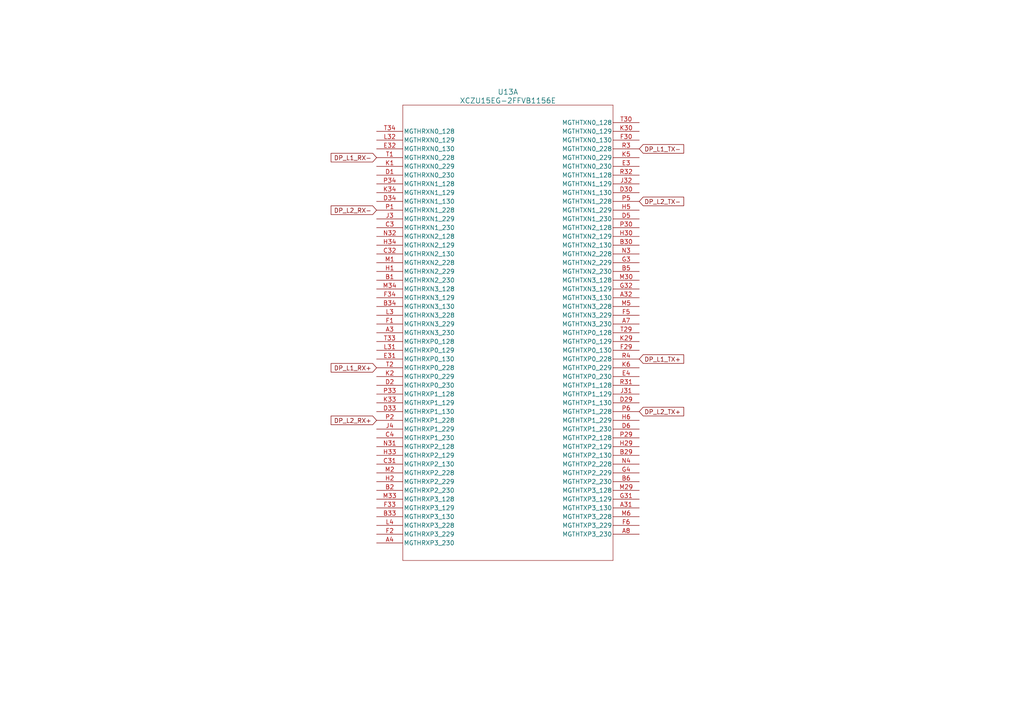
<source format=kicad_sch>
(kicad_sch (version 20230121) (generator eeschema)
  (paper "A4")
  (lib_symbols
    (symbol "XCZU15EG:XCZU15EG-2FFVB1156E" (pin_names (offset 0.254))
      (property "Reference" "U" (at 38.1 12.7 0))
      (property "Value" "XCZU15EG-2FFVB1156E" (at 38.1 10.16 0))
      (symbol "XCZU15EG-2FFVB1156E_1_1"
        (pin input line (at 0 -58.42 0) (length 7.62) (name "MGTHRXN3_230") (number "A3"))
        (pin output line (at 76.2 -109.22 180) (length 7.62) (name "MGTHTXP3_130") (number "A31"))
        (pin output line (at 76.2 -48.26 180) (length 7.62) (name "MGTHTXN3_130") (number "A32"))
        (pin input line (at 0 -119.38 0) (length 7.62) (name "MGTHRXP3_230") (number "A4"))
        (pin output line (at 76.2 -55.88 180) (length 7.62) (name "MGTHTXN3_230") (number "A7"))
        (pin output line (at 76.2 -116.84 180) (length 7.62) (name "MGTHTXP3_230") (number "A8"))
        (pin input line (at 0 -43.18 0) (length 7.62) (name "MGTHRXN2_230") (number "B1"))
        (pin input line (at 0 -104.14 0) (length 7.62) (name "MGTHRXP2_230") (number "B2"))
        (pin output line (at 76.2 -93.98 180) (length 7.62) (name "MGTHTXP2_130") (number "B29"))
        (pin output line (at 76.2 -33.02 180) (length 7.62) (name "MGTHTXN2_130") (number "B30"))
        (pin input line (at 0 -111.76 0) (length 7.62) (name "MGTHRXP3_130") (number "B33"))
        (pin input line (at 0 -50.8 0) (length 7.62) (name "MGTHRXN3_130") (number "B34"))
        (pin output line (at 76.2 -40.64 180) (length 7.62) (name "MGTHTXN2_230") (number "B5"))
        (pin output line (at 76.2 -101.6 180) (length 7.62) (name "MGTHTXP2_230") (number "B6"))
        (pin input line (at 0 -27.94 0) (length 7.62) (name "MGTHRXN1_230") (number "C3"))
        (pin input line (at 0 -96.52 0) (length 7.62) (name "MGTHRXP2_130") (number "C31"))
        (pin input line (at 0 -35.56 0) (length 7.62) (name "MGTHRXN2_130") (number "C32"))
        (pin input line (at 0 -88.9 0) (length 7.62) (name "MGTHRXP1_230") (number "C4"))
        (pin input line (at 0 -12.7 0) (length 7.62) (name "MGTHRXN0_230") (number "D1"))
        (pin input line (at 0 -73.66 0) (length 7.62) (name "MGTHRXP0_230") (number "D2"))
        (pin output line (at 76.2 -78.74 180) (length 7.62) (name "MGTHTXP1_130") (number "D29"))
        (pin output line (at 76.2 -17.78 180) (length 7.62) (name "MGTHTXN1_130") (number "D30"))
        (pin input line (at 0 -81.28 0) (length 7.62) (name "MGTHRXP1_130") (number "D33"))
        (pin input line (at 0 -20.32 0) (length 7.62) (name "MGTHRXN1_130") (number "D34"))
        (pin output line (at 76.2 -25.4 180) (length 7.62) (name "MGTHTXN1_230") (number "D5"))
        (pin output line (at 76.2 -86.36 180) (length 7.62) (name "MGTHTXP1_230") (number "D6"))
        (pin output line (at 76.2 -10.16 180) (length 7.62) (name "MGTHTXN0_230") (number "E3"))
        (pin input line (at 0 -66.04 0) (length 7.62) (name "MGTHRXP0_130") (number "E31"))
        (pin input line (at 0 -5.08 0) (length 7.62) (name "MGTHRXN0_130") (number "E32"))
        (pin output line (at 76.2 -71.12 180) (length 7.62) (name "MGTHTXP0_230") (number "E4"))
        (pin input line (at 0 -55.88 0) (length 7.62) (name "MGTHRXN3_229") (number "F1"))
        (pin input line (at 0 -116.84 0) (length 7.62) (name "MGTHRXP3_229") (number "F2"))
        (pin output line (at 76.2 -63.5 180) (length 7.62) (name "MGTHTXP0_130") (number "F29"))
        (pin output line (at 76.2 -2.54 180) (length 7.62) (name "MGTHTXN0_130") (number "F30"))
        (pin input line (at 0 -109.22 0) (length 7.62) (name "MGTHRXP3_129") (number "F33"))
        (pin input line (at 0 -48.26 0) (length 7.62) (name "MGTHRXN3_129") (number "F34"))
        (pin output line (at 76.2 -53.34 180) (length 7.62) (name "MGTHTXN3_229") (number "F5"))
        (pin output line (at 76.2 -114.3 180) (length 7.62) (name "MGTHTXP3_229") (number "F6"))
        (pin output line (at 76.2 -38.1 180) (length 7.62) (name "MGTHTXN2_229") (number "G3"))
        (pin output line (at 76.2 -106.68 180) (length 7.62) (name "MGTHTXP3_129") (number "G31"))
        (pin output line (at 76.2 -45.72 180) (length 7.62) (name "MGTHTXN3_129") (number "G32"))
        (pin output line (at 76.2 -99.06 180) (length 7.62) (name "MGTHTXP2_229") (number "G4"))
        (pin input line (at 0 -40.64 0) (length 7.62) (name "MGTHRXN2_229") (number "H1"))
        (pin input line (at 0 -101.6 0) (length 7.62) (name "MGTHRXP2_229") (number "H2"))
        (pin output line (at 76.2 -91.44 180) (length 7.62) (name "MGTHTXP2_129") (number "H29"))
        (pin output line (at 76.2 -30.48 180) (length 7.62) (name "MGTHTXN2_129") (number "H30"))
        (pin input line (at 0 -93.98 0) (length 7.62) (name "MGTHRXP2_129") (number "H33"))
        (pin input line (at 0 -33.02 0) (length 7.62) (name "MGTHRXN2_129") (number "H34"))
        (pin output line (at 76.2 -22.86 180) (length 7.62) (name "MGTHTXN1_229") (number "H5"))
        (pin output line (at 76.2 -83.82 180) (length 7.62) (name "MGTHTXP1_229") (number "H6"))
        (pin input line (at 0 -25.4 0) (length 7.62) (name "MGTHRXN1_229") (number "J3"))
        (pin output line (at 76.2 -76.2 180) (length 7.62) (name "MGTHTXP1_129") (number "J31"))
        (pin output line (at 76.2 -15.24 180) (length 7.62) (name "MGTHTXN1_129") (number "J32"))
        (pin input line (at 0 -86.36 0) (length 7.62) (name "MGTHRXP1_229") (number "J4"))
        (pin input line (at 0 -10.16 0) (length 7.62) (name "MGTHRXN0_229") (number "K1"))
        (pin input line (at 0 -71.12 0) (length 7.62) (name "MGTHRXP0_229") (number "K2"))
        (pin output line (at 76.2 -60.96 180) (length 7.62) (name "MGTHTXP0_129") (number "K29"))
        (pin output line (at 76.2 0 180) (length 7.62) (name "MGTHTXN0_129") (number "K30"))
        (pin input line (at 0 -78.74 0) (length 7.62) (name "MGTHRXP1_129") (number "K33"))
        (pin input line (at 0 -17.78 0) (length 7.62) (name "MGTHRXN1_129") (number "K34"))
        (pin output line (at 76.2 -7.62 180) (length 7.62) (name "MGTHTXN0_229") (number "K5"))
        (pin output line (at 76.2 -68.58 180) (length 7.62) (name "MGTHTXP0_229") (number "K6"))
        (pin input line (at 0 -53.34 0) (length 7.62) (name "MGTHRXN3_228") (number "L3"))
        (pin input line (at 0 -63.5 0) (length 7.62) (name "MGTHRXP0_129") (number "L31"))
        (pin input line (at 0 -2.54 0) (length 7.62) (name "MGTHRXN0_129") (number "L32"))
        (pin input line (at 0 -114.3 0) (length 7.62) (name "MGTHRXP3_228") (number "L4"))
        (pin input line (at 0 -38.1 0) (length 7.62) (name "MGTHRXN2_228") (number "M1"))
        (pin input line (at 0 -99.06 0) (length 7.62) (name "MGTHRXP2_228") (number "M2"))
        (pin output line (at 76.2 -104.14 180) (length 7.62) (name "MGTHTXP3_128") (number "M29"))
        (pin output line (at 76.2 -43.18 180) (length 7.62) (name "MGTHTXN3_128") (number "M30"))
        (pin input line (at 0 -106.68 0) (length 7.62) (name "MGTHRXP3_128") (number "M33"))
        (pin input line (at 0 -45.72 0) (length 7.62) (name "MGTHRXN3_128") (number "M34"))
        (pin output line (at 76.2 -50.8 180) (length 7.62) (name "MGTHTXN3_228") (number "M5"))
        (pin output line (at 76.2 -111.76 180) (length 7.62) (name "MGTHTXP3_228") (number "M6"))
        (pin output line (at 76.2 -35.56 180) (length 7.62) (name "MGTHTXN2_228") (number "N3"))
        (pin input line (at 0 -91.44 0) (length 7.62) (name "MGTHRXP2_128") (number "N31"))
        (pin input line (at 0 -30.48 0) (length 7.62) (name "MGTHRXN2_128") (number "N32"))
        (pin output line (at 76.2 -96.52 180) (length 7.62) (name "MGTHTXP2_228") (number "N4"))
        (pin input line (at 0 -22.86 0) (length 7.62) (name "MGTHRXN1_228") (number "P1"))
        (pin input line (at 0 -83.82 0) (length 7.62) (name "MGTHRXP1_228") (number "P2"))
        (pin output line (at 76.2 -88.9 180) (length 7.62) (name "MGTHTXP2_128") (number "P29"))
        (pin output line (at 76.2 -27.94 180) (length 7.62) (name "MGTHTXN2_128") (number "P30"))
        (pin input line (at 0 -76.2 0) (length 7.62) (name "MGTHRXP1_128") (number "P33"))
        (pin input line (at 0 -15.24 0) (length 7.62) (name "MGTHRXN1_128") (number "P34"))
        (pin output line (at 76.2 -20.32 180) (length 7.62) (name "MGTHTXN1_228") (number "P5"))
        (pin output line (at 76.2 -81.28 180) (length 7.62) (name "MGTHTXP1_228") (number "P6"))
        (pin output line (at 76.2 -5.08 180) (length 7.62) (name "MGTHTXN0_228") (number "R3"))
        (pin output line (at 76.2 -73.66 180) (length 7.62) (name "MGTHTXP1_128") (number "R31"))
        (pin output line (at 76.2 -12.7 180) (length 7.62) (name "MGTHTXN1_128") (number "R32"))
        (pin output line (at 76.2 -66.04 180) (length 7.62) (name "MGTHTXP0_228") (number "R4"))
        (pin input line (at 0 -7.62 0) (length 7.62) (name "MGTHRXN0_228") (number "T1"))
        (pin input line (at 0 -68.58 0) (length 7.62) (name "MGTHRXP0_228") (number "T2"))
        (pin output line (at 76.2 -58.42 180) (length 7.62) (name "MGTHTXP0_128") (number "T29"))
        (pin output line (at 76.2 2.54 180) (length 7.62) (name "MGTHTXN0_128") (number "T30"))
        (pin input line (at 0 -60.96 0) (length 7.62) (name "MGTHRXP0_128") (number "T33"))
        (pin input line (at 0 0 0) (length 7.62) (name "MGTHRXN0_128") (number "T34"))
      )
      (symbol "XCZU15EG-2FFVB1156E_2_1"
        (pin input line (at 0 0 0) (length 7.62) (name "MGTRREF_L") (number "A29"))
        (pin input line (at 0 -2.54 0) (length 7.62) (name "MGTRREF_R") (number "A6"))
        (pin input line (at 0 -27.94 0) (length 7.62) (name "PS_MGTREFCLK0P_505") (number "AA27"))
        (pin input line (at 0 -25.4 0) (length 7.62) (name "PS_MGTREFCLK0N_505") (number "AA28"))
        (pin input line (at 0 -60.96 0) (length 7.62) (name "PS_MGTRRXP1_505") (number "AA31"))
        (pin input line (at 0 -50.8 0) (length 7.62) (name "PS_MGTRRXN1_505") (number "AA32"))
        (pin input line (at 0 -45.72 0) (length 7.62) (name "PS_MGTRREF_505") (number "AB28"))
        (pin input line (at 0 -58.42 0) (length 7.62) (name "PS_MGTRRXP0_505") (number "AB33"))
        (pin input line (at 0 -48.26 0) (length 7.62) (name "PS_MGTRRXN0_505") (number "AB34"))
        (pin input line (at 0 -7.62 0) (length 7.62) (name "POR_OVERRIDE") (number "AD14"))
        (pin input line (at 0 -86.36 0) (length 7.62) (name "PUDC_B") (number "AD15"))
        (pin output line (at 96.52 -91.44 180) (length 7.62) (name "PS_DDR_DM5") (number "AE30"))
        (pin output line (at 96.52 -96.52 180) (length 7.62) (name "PS_DDR_DM7") (number "AE34"))
        (pin output line (at 96.52 -106.68 180) (length 7.62) (name "PS_DDR_PARITY") (number "AF20"))
        (pin output line (at 96.52 -109.22 180) (length 7.62) (name "PS_DDR_RAM_RST_N") (number "AF21"))
        (pin input line (at 0 -12.7 0) (length 7.62) (name "PS_DDR_ALERT_N") (number "AF22"))
        (pin output line (at 96.52 -43.18 180) (length 7.62) (name "PS_DDR_A17") (number "AF25"))
        (pin output line (at 96.52 -45.72 180) (length 7.62) (name "PS_DDR_ACT_N") (number "AG25"))
        (pin output line (at 96.52 -50.8 180) (length 7.62) (name "PS_DDR_BA1") (number "AG26"))
        (pin output line (at 96.52 -86.36 180) (length 7.62) (name "PS_DDR_DM3") (number "AH24"))
        (pin output line (at 96.52 -48.26 180) (length 7.62) (name "PS_DDR_BA0") (number "AH26"))
        (pin output line (at 96.52 -55.88 180) (length 7.62) (name "PS_DDR_BG1") (number "AH27"))
        (pin output line (at 96.52 -88.9 180) (length 7.62) (name "PS_DDR_DM4") (number "AH31"))
        (pin output line (at 96.52 -30.48 180) (length 7.62) (name "PS_DDR_A12") (number "AJ25"))
        (pin output line (at 96.52 -104.14 180) (length 7.62) (name "PS_DDR_ODT1") (number "AJ26"))
        (pin output line (at 96.52 -71.12 180) (length 7.62) (name "PS_DDR_CKE1") (number "AJ27"))
        (pin output line (at 96.52 -93.98 180) (length 7.62) (name "PS_DDR_DM6") (number "AJ31"))
        (pin output line (at 96.52 -83.82 180) (length 7.62) (name "PS_DDR_DM2") (number "AK19"))
        (pin output line (at 96.52 -38.1 180) (length 7.62) (name "PS_DDR_A15") (number "AK24"))
        (pin output line (at 96.52 -35.56 180) (length 7.62) (name "PS_DDR_A14") (number "AK25"))
        (pin output line (at 96.52 -27.94 180) (length 7.62) (name "PS_DDR_A11") (number "AK27"))
        (pin output line (at 96.52 -53.34 180) (length 7.62) (name "PS_DDR_BG0") (number "AK28"))
        (pin output line (at 96.52 -33.02 180) (length 7.62) (name "PS_DDR_A13") (number "AL25"))
        (pin output line (at 96.52 -66.04 180) (length 7.62) (name "PS_DDR_CK1") (number "AL26"))
        (pin output line (at 96.52 -60.96 180) (length 7.62) (name "PS_DDR_CK_N1") (number "AL27"))
        (pin output line (at 96.52 -25.4 180) (length 7.62) (name "PS_DDR_A10") (number "AL28"))
        (pin output line (at 96.52 -76.2 180) (length 7.62) (name "PS_DDR_CS_N1") (number "AL30"))
        (pin output line (at 96.52 -81.28 180) (length 7.62) (name "PS_DDR_DM1") (number "AM21"))
        (pin output line (at 96.52 -40.64 180) (length 7.62) (name "PS_DDR_A16") (number "AM24"))
        (pin output line (at 96.52 -22.86 180) (length 7.62) (name "PS_DDR_A9") (number "AM25"))
        (pin output line (at 96.52 -20.32 180) (length 7.62) (name "PS_DDR_A8") (number "AM26"))
        (pin output line (at 96.52 -17.78 180) (length 7.62) (name "PS_DDR_A7") (number "AM28"))
        (pin output line (at 96.52 -15.24 180) (length 7.62) (name "PS_DDR_A6") (number "AM29"))
        (pin output line (at 96.52 -101.6 180) (length 7.62) (name "PS_DDR_ODT0") (number "AM30"))
        (pin output line (at 96.52 -78.74 180) (length 7.62) (name "PS_DDR_DM0") (number "AN17"))
        (pin output line (at 96.52 -12.7 180) (length 7.62) (name "PS_DDR_A5") (number "AN24"))
        (pin output line (at 96.52 -63.5 180) (length 7.62) (name "PS_DDR_CK0") (number "AN26"))
        (pin output line (at 96.52 -58.42 180) (length 7.62) (name "PS_DDR_CK_N0") (number "AN27"))
        (pin output line (at 96.52 -73.66 180) (length 7.62) (name "PS_DDR_CS_N0") (number "AN28"))
        (pin output line (at 96.52 -68.58 180) (length 7.62) (name "PS_DDR_CKE0") (number "AN29"))
        (pin output line (at 96.52 -99.06 180) (length 7.62) (name "PS_DDR_DM8") (number "AN34"))
        (pin output line (at 96.52 -10.16 180) (length 7.62) (name "PS_DDR_A4") (number "AP25"))
        (pin output line (at 96.52 -5.08 180) (length 7.62) (name "PS_DDR_A2") (number "AP26"))
        (pin output line (at 96.52 -7.62 180) (length 7.62) (name "PS_DDR_A3") (number "AP27"))
        (pin output line (at 96.52 0 180) (length 7.62) (name "PS_DDR_A0") (number "AP29"))
        (pin output line (at 96.52 -2.54 180) (length 7.62) (name "PS_DDR_A1") (number "AP30"))
        (pin output line (at 96.52 -121.92 180) (length 7.62) (name "PS_ERROR_STATUS") (number "R21"))
        (pin input line (at 0 -20.32 0) (length 7.62) (name "PS_JTAG_TMS") (number "R24"))
        (pin input line (at 0 -17.78 0) (length 7.62) (name "PS_JTAG_TCK") (number "R25"))
        (pin output line (at 96.52 -116.84 180) (length 7.62) (name "PS_ERROR_OUT") (number "T21"))
        (pin input line (at 0 -91.44 0) (length 7.62) (name "VP") (number "U18"))
        (pin input line (at 0 -76.2 0) (length 7.62) (name "PS_PROG_B") (number "U21"))
        (pin input line (at 0 -83.82 0) (length 7.62) (name "PS_SRST_B") (number "U23"))
        (pin input line (at 0 -81.28 0) (length 7.62) (name "PS_REF_CLK") (number "U24"))
        (pin input line (at 0 -38.1 0) (length 7.62) (name "PS_MGTREFCLK2P_505") (number "U27"))
        (pin input line (at 0 -35.56 0) (length 7.62) (name "PS_MGTREFCLK2N_505") (number "U28"))
        (pin input line (at 0 -43.18 0) (length 7.62) (name "PS_MGTREFCLK3P_505") (number "U31"))
        (pin input line (at 0 -40.64 0) (length 7.62) (name "PS_MGTREFCLK3N_505") (number "U32"))
        (pin input line (at 0 -88.9 0) (length 7.62) (name "VN") (number "V17"))
        (pin input line (at 0 -71.12 0) (length 7.62) (name "PS_PADI") (number "V21"))
        (pin input line (at 0 -73.66 0) (length 7.62) (name "PS_POR_B") (number "V23"))
        (pin input line (at 0 -66.04 0) (length 7.62) (name "PS_MGTRRXP3_505") (number "V33"))
        (pin input line (at 0 -55.88 0) (length 7.62) (name "PS_MGTRRXN3_505") (number "V34"))
        (pin unspecified line (at 0 -96.52 0) (length 7.62) (name "DXN") (number "W17"))
        (pin output line (at 96.52 -111.76 180) (length 7.62) (name "PS_DONE") (number "W21"))
        (pin input line (at 0 -33.02 0) (length 7.62) (name "PS_MGTREFCLK1P_505") (number "W27"))
        (pin input line (at 0 -30.48 0) (length 7.62) (name "PS_MGTREFCLK1N_505") (number "W28"))
        (pin input line (at 0 -63.5 0) (length 7.62) (name "PS_MGTRRXP2_505") (number "Y33"))
        (pin input line (at 0 -53.34 0) (length 7.62) (name "PS_MGTRRXN2_505") (number "Y34"))
      )
      (symbol "XCZU15EG-2FFVB1156E_3_1"
        (pin output line (at 60.96 -17.78 180) (length 7.62) (name "PS_MGTRTXP0_505") (number "AB29"))
        (pin output line (at 60.96 -7.62 180) (length 7.62) (name "PS_MGTRTXN0_505") (number "AB30"))
        (pin output line (at 60.96 -2.54 180) (length 7.62) (name "PS_JTAG_TDO") (number "T25"))
        (pin output line (at 60.96 -30.48 180) (length 7.62) (name "PS_PADO") (number "V22"))
        (pin output line (at 60.96 -25.4 180) (length 7.62) (name "PS_MGTRTXP3_505") (number "V29"))
        (pin output line (at 60.96 -15.24 180) (length 7.62) (name "PS_MGTRTXN3_505") (number "V30"))
        (pin unspecified line (at 0 0 0) (length 7.62) (name "DXP") (number "W18"))
        (pin output line (at 60.96 -22.86 180) (length 7.62) (name "PS_MGTRTXP2_505") (number "W31"))
        (pin output line (at 60.96 -12.7 180) (length 7.62) (name "PS_MGTRTXN2_505") (number "W32"))
        (pin output line (at 60.96 -20.32 180) (length 7.62) (name "PS_MGTRTXP1_505") (number "Y29"))
        (pin output line (at 60.96 -10.16 180) (length 7.62) (name "PS_MGTRTXN1_505") (number "Y30"))
      )
      (symbol "XCZU15EG-2FFVB1156E_4_1"
        (pin bidirectional line (at 0 -99.06 0) (length 7.62) (name "IO_L4N_AD12N_49") (number "A15"))
        (pin bidirectional line (at 0 -53.34 0) (length 7.62) (name "IO_L3N_AD13N_49") (number "A16"))
        (pin bidirectional line (at 0 -68.58 0) (length 7.62) (name "IO_L3N_T0L_N5_AD15N_66") (number "AA10"))
        (pin bidirectional line (at 0 -91.44 0) (length 7.62) (name "IO_L3P_T0L_N4_AD15P_66") (number "AA11"))
        (pin bidirectional line (at 121.92 -25.4 180) (length 7.62) (name "IO_L2N_T0L_N3_66") (number "AB10"))
        (pin bidirectional line (at 121.92 -35.56 180) (length 7.62) (name "IO_L2P_T0L_N2_66") (number "AB11"))
        (pin bidirectional line (at 121.92 -5.08 180) (length 7.62) (name "IO_L1N_T0L_N1_DBC_66") (number "AC11"))
        (pin bidirectional line (at 121.92 -15.24 180) (length 7.62) (name "IO_L1P_T0L_N0_DBC_66") (number "AC12"))
        (pin bidirectional line (at 0 -114.3 0) (length 7.62) (name "IO_L4N_T0U_N7_DBC_AD7N_66") (number "AC9"))
        (pin bidirectional line (at 121.92 -12.7 180) (length 7.62) (name "IO_L1P_T0L_N0_DBC_65") (number "AE10"))
        (pin bidirectional line (at 0 -88.9 0) (length 7.62) (name "IO_L3P_T0L_N4_AD15P_65") (number "AE12"))
        (pin bidirectional line (at 121.92 -2.54 180) (length 7.62) (name "IO_L1N_T0L_N1_DBC_65") (number "AF10"))
        (pin bidirectional line (at 0 -66.04 0) (length 7.62) (name "IO_L3N_T0L_N5_AD15N_65") (number "AF12"))
        (pin bidirectional line (at 121.92 -114.3 180) (length 7.62) (name "IO_L11P_T1U_N8_GC_65") (number "AF6"))
        (pin bidirectional line (at 121.92 -124.46 180) (length 7.62) (name "IO_L12N_T1U_N11_GC_65") (number "AF7"))
        (pin bidirectional line (at 0 -111.76 0) (length 7.62) (name "IO_L4N_T0U_N7_DBC_AD7N_65") (number "AG11"))
        (pin bidirectional line (at 121.92 -104.14 180) (length 7.62) (name "IO_L11N_T1U_N9_GC_65") (number "AG6"))
        (pin bidirectional line (at 121.92 -22.86 180) (length 7.62) (name "IO_L2N_T0L_N3_65") (number "AH11"))
        (pin bidirectional line (at 121.92 -33.02 180) (length 7.62) (name "IO_L2P_T0L_N2_65") (number "AH12"))
        (pin bidirectional line (at 121.92 -10.16 180) (length 7.62) (name "IO_L1P_T0L_N0_DBC_64") (number "AJ12"))
        (pin bidirectional line (at 121.92 0 180) (length 7.62) (name "IO_L1N_T0L_N1_DBC_64") (number "AK12"))
        (pin bidirectional line (at 121.92 -101.6 180) (length 7.62) (name "IO_L11N_T1U_N9_GC_64") (number "AK7"))
        (pin bidirectional line (at 121.92 -111.76 180) (length 7.62) (name "IO_L11P_T1U_N8_GC_64") (number "AK8"))
        (pin bidirectional line (at 0 -86.36 0) (length 7.62) (name "IO_L3P_T0L_N4_AD15P_64") (number "AL10"))
        (pin bidirectional line (at 121.92 -30.48 180) (length 7.62) (name "IO_L2P_T0L_N2_64") (number "AL11"))
        (pin bidirectional line (at 121.92 -121.92 180) (length 7.62) (name "IO_L12N_T1U_N11_GC_64") (number "AL7"))
        (pin bidirectional line (at 0 -63.5 0) (length 7.62) (name "IO_L3N_T0L_N5_AD15N_64") (number "AM10"))
        (pin bidirectional line (at 121.92 -20.32 180) (length 7.62) (name "IO_L2N_T0L_N3_64") (number "AM11"))
        (pin bidirectional line (at 0 -104.14 0) (length 7.62) (name "IO_L4N_AD8N_44") (number "AM13"))
        (pin bidirectional line (at 0 -38.1 0) (length 7.62) (name "IO_L2P_AD10P_44") (number "AM14"))
        (pin bidirectional line (at 0 -81.28 0) (length 7.62) (name "IO_L3P_AD9P_44") (number "AN12"))
        (pin bidirectional line (at 0 -25.4 0) (length 7.62) (name "IO_L2N_AD10N_44") (number "AN13"))
        (pin bidirectional line (at 0 -12.7 0) (length 7.62) (name "IO_L1P_AD11P_44") (number "AN14"))
        (pin bidirectional line (at 0 -109.22 0) (length 7.62) (name "IO_L4N_T0U_N7_DBC_AD7N_64") (number "AP10"))
        (pin bidirectional line (at 0 -58.42 0) (length 7.62) (name "IO_L3N_AD9N_44") (number "AP12"))
        (pin bidirectional line (at 0 0 0) (length 7.62) (name "IO_L1N_AD11N_44") (number "AP14"))
        (pin bidirectional line (at 121.92 -88.9 180) (length 7.62) (name "IO_L8N_HDGC_49") (number "B13"))
        (pin bidirectional line (at 121.92 -73.66 180) (length 7.62) (name "IO_L7N_HDGC_49") (number "B14"))
        (pin bidirectional line (at 0 -121.92 0) (length 7.62) (name "IO_L4P_AD12P_49") (number "B15"))
        (pin bidirectional line (at 0 -76.2 0) (length 7.62) (name "IO_L3P_AD13P_49") (number "B16"))
        (pin bidirectional line (at 121.92 -96.52 180) (length 7.62) (name "IO_L8P_HDGC_49") (number "C13"))
        (pin bidirectional line (at 121.92 -81.28 180) (length 7.62) (name "IO_L7P_HDGC_49") (number "C14"))
        (pin bidirectional line (at 0 -33.02 0) (length 7.62) (name "IO_L2N_AD14N_49") (number "C16"))
        (pin bidirectional line (at 0 -101.6 0) (length 7.62) (name "IO_L4N_AD12N_50") (number "D10"))
        (pin bidirectional line (at 0 -124.46 0) (length 7.62) (name "IO_L4P_AD12P_50") (number "D11"))
        (pin bidirectional line (at 121.92 -58.42 180) (length 7.62) (name "IO_L6N_HDGC_49") (number "D14"))
        (pin bidirectional line (at 121.92 -43.18 180) (length 7.62) (name "IO_L5N_HDGC_49") (number "D15"))
        (pin bidirectional line (at 0 -45.72 0) (length 7.62) (name "IO_L2P_AD14P_49") (number "D16"))
        (pin bidirectional line (at 121.92 -71.12 180) (length 7.62) (name "IO_L7N_HDGC_48") (number "D19"))
        (pin bidirectional line (at 0 -55.88 0) (length 7.62) (name "IO_L3N_AD13N_50") (number "E10"))
        (pin bidirectional line (at 121.92 -66.04 180) (length 7.62) (name "IO_L6P_HDGC_49") (number "E14"))
        (pin bidirectional line (at 121.92 -50.8 180) (length 7.62) (name "IO_L5P_HDGC_49") (number "E15"))
        (pin bidirectional line (at 121.92 -93.98 180) (length 7.62) (name "IO_L8P_HDGC_48") (number "E17"))
        (pin bidirectional line (at 121.92 -86.36 180) (length 7.62) (name "IO_L8N_HDGC_48") (number "E18"))
        (pin bidirectional line (at 121.92 -78.74 180) (length 7.62) (name "IO_L7P_HDGC_48") (number "E19"))
        (pin bidirectional line (at 0 -78.74 0) (length 7.62) (name "IO_L3P_AD13P_50") (number "F10"))
        (pin bidirectional line (at 121.92 -60.96 180) (length 7.62) (name "IO_L6N_HDGC_50") (number "F11"))
        (pin bidirectional line (at 121.92 -68.58 180) (length 7.62) (name "IO_L6P_HDGC_50") (number "F12"))
        (pin bidirectional line (at 0 -7.62 0) (length 7.62) (name "IO_L1N_AD15N_49") (number "F15"))
        (pin bidirectional line (at 0 -20.32 0) (length 7.62) (name "IO_L1P_AD15P_49") (number "F16"))
        (pin bidirectional line (at 121.92 -63.5 180) (length 7.62) (name "IO_L6P_HDGC_48") (number "F17"))
        (pin bidirectional line (at 121.92 -55.88 180) (length 7.62) (name "IO_L6N_HDGC_48") (number "F18"))
        (pin bidirectional line (at 0 -35.56 0) (length 7.62) (name "IO_L2N_AD14N_50") (number "G10"))
        (pin bidirectional line (at 121.92 -45.72 180) (length 7.62) (name "IO_L5N_HDGC_50") (number "G11"))
        (pin bidirectional line (at 121.92 -91.44 180) (length 7.62) (name "IO_L8N_HDGC_50") (number "G13"))
        (pin bidirectional line (at 121.92 -48.26 180) (length 7.62) (name "IO_L5P_HDGC_48") (number "G18"))
        (pin bidirectional line (at 121.92 -40.64 180) (length 7.62) (name "IO_L5N_HDGC_48") (number "G19"))
        (pin bidirectional line (at 0 -48.26 0) (length 7.62) (name "IO_L2P_AD14P_50") (number "H10"))
        (pin bidirectional line (at 121.92 -53.34 180) (length 7.62) (name "IO_L5P_HDGC_50") (number "H11"))
        (pin bidirectional line (at 121.92 -76.2 180) (length 7.62) (name "IO_L7N_HDGC_50") (number "H12"))
        (pin bidirectional line (at 121.92 -99.06 180) (length 7.62) (name "IO_L8P_HDGC_50") (number "H13"))
        (pin bidirectional line (at 0 -30.48 0) (length 7.62) (name "IO_L2N_AD14N_48") (number "H17"))
        (pin bidirectional line (at 0 -17.78 0) (length 7.62) (name "IO_L1P_AD15P_48") (number "H18"))
        (pin bidirectional line (at 0 -5.08 0) (length 7.62) (name "IO_L1N_AD15N_48") (number "H19"))
        (pin bidirectional line (at 0 -60.96 0) (length 7.62) (name "IO_L3N_AD9N_47") (number "H21"))
        (pin bidirectional line (at 0 -10.16 0) (length 7.62) (name "IO_L1N_AD15N_50") (number "J10"))
        (pin bidirectional line (at 0 -22.86 0) (length 7.62) (name "IO_L1P_AD15P_50") (number "J11"))
        (pin bidirectional line (at 121.92 -83.82 180) (length 7.62) (name "IO_L7P_HDGC_50") (number "J12"))
        (pin bidirectional line (at 0 -43.18 0) (length 7.62) (name "IO_L2P_AD14P_48") (number "J17"))
        (pin bidirectional line (at 0 -106.68 0) (length 7.62) (name "IO_L4N_AD8N_47") (number "J20"))
        (pin bidirectional line (at 0 -83.82 0) (length 7.62) (name "IO_L3P_AD9P_47") (number "J21"))
        (pin bidirectional line (at 0 -96.52 0) (length 7.62) (name "IO_L4N_AD12N_48") (number "K17"))
        (pin bidirectional line (at 0 -50.8 0) (length 7.62) (name "IO_L3N_AD13N_48") (number "K18"))
        (pin bidirectional line (at 0 -27.94 0) (length 7.62) (name "IO_L2N_AD10N_47") (number "K19"))
        (pin bidirectional line (at 0 -2.54 0) (length 7.62) (name "IO_L1N_AD11N_47") (number "K20"))
        (pin bidirectional line (at 0 -119.38 0) (length 7.62) (name "IO_L4P_AD12P_48") (number "L17"))
        (pin bidirectional line (at 0 -73.66 0) (length 7.62) (name "IO_L3P_AD13P_48") (number "L18"))
        (pin bidirectional line (at 0 -40.64 0) (length 7.62) (name "IO_L2P_AD10P_47") (number "L19"))
        (pin bidirectional line (at 0 -15.24 0) (length 7.62) (name "IO_L1P_AD11P_47") (number "L20"))
        (pin bidirectional line (at 121.92 -119.38 180) (length 7.62) (name "IO_L11P_T1U_N8_GC_67") (number "R10"))
        (pin bidirectional line (at 0 -116.84 0) (length 7.62) (name "IO_L4N_T0U_N7_DBC_AD7N_67") (number "R12"))
        (pin bidirectional line (at 121.92 -27.94 180) (length 7.62) (name "IO_L2N_T0L_N3_67") (number "R13"))
        (pin bidirectional line (at 121.92 -109.22 180) (length 7.62) (name "IO_L11N_T1U_N9_GC_67") (number "R9"))
        (pin bidirectional line (at 0 -71.12 0) (length 7.62) (name "IO_L3N_T0L_N5_AD15N_67") (number "T10"))
        (pin bidirectional line (at 121.92 -38.1 180) (length 7.62) (name "IO_L2P_T0L_N2_67") (number "T13"))
        (pin bidirectional line (at 0 -93.98 0) (length 7.62) (name "IO_L3P_T0L_N4_AD15P_67") (number "U10"))
        (pin bidirectional line (at 121.92 -7.62 180) (length 7.62) (name "IO_L1N_T0L_N1_DBC_67") (number "W11"))
        (pin bidirectional line (at 121.92 -17.78 180) (length 7.62) (name "IO_L1P_T0L_N0_DBC_67") (number "W12"))
        (pin bidirectional line (at 121.92 -106.68 180) (length 7.62) (name "IO_L11N_T1U_N9_GC_66") (number "Y7"))
        (pin bidirectional line (at 121.92 -116.84 180) (length 7.62) (name "IO_L11P_T1U_N8_GC_66") (number "Y8"))
      )
      (symbol "XCZU15EG-2FFVB1156E_6_1"
        (pin bidirectional line (at 152.4 -12.7 180) (length 7.62) (name "IO_L9N_AD11N_49") (number "A12"))
        (pin bidirectional line (at 152.4 -35.56 180) (length 7.62) (name "IO_L9P_AD11P_49") (number "A13"))
        (pin bidirectional line (at 152.4 -116.84 180) (length 7.62) (name "IO_L11P_AD1P_47") (number "A21"))
        (pin bidirectional line (at 152.4 -104.14 180) (length 7.62) (name "IO_L11N_AD1N_47") (number "A22"))
        (pin bidirectional line (at 0 -25.4 0) (length 7.62) (name "IO_L5N_T0U_N9_AD14N_66") (number "AA12"))
        (pin bidirectional line (at 152.4 -73.66 180) (length 7.62) (name "IO_L10N_T1U_N7_QBC_AD4N_66") (number "AB5"))
        (pin bidirectional line (at 152.4 -96.52 180) (length 7.62) (name "IO_L10P_T1U_N6_QBC_AD4P_66") (number "AB6"))
        (pin bidirectional line (at 152.4 -5.08 180) (length 7.62) (name "IO_L8P_T1L_N2_AD5P_66") (number "AB8"))
        (pin bidirectional line (at 0 -7.62 0) (length 7.62) (name "IO_L4P_T0U_N6_DBC_AD7P_66") (number "AB9"))
        (pin bidirectional line (at 0 -86.36 0) (length 7.62) (name "IO_L7N_T1L_N1_QBC_AD13N_66") (number "AC6"))
        (pin bidirectional line (at 0 -101.6 0) (length 7.62) (name "IO_L7P_T1L_N0_QBC_AD13P_66") (number "AC7"))
        (pin bidirectional line (at 0 -116.84 0) (length 7.62) (name "IO_L8N_T1L_N3_AD5N_66") (number "AC8"))
        (pin bidirectional line (at 0 -68.58 0) (length 7.62) (name "IO_L6P_T0U_N10_AD6P_65") (number "AD10"))
        (pin bidirectional line (at 152.4 -25.4 180) (length 7.62) (name "IO_L9N_T1L_N5_AD12N_65") (number "AD6"))
        (pin bidirectional line (at 152.4 -48.26 180) (length 7.62) (name "IO_L9P_T1L_N4_AD12P_65") (number "AD7"))
        (pin bidirectional line (at 152.4 -40.64 180) (length 7.62) (name "IO_L9P_AD3P_44") (number "AE13"))
        (pin bidirectional line (at 152.4 -93.98 180) (length 7.62) (name "IO_L10P_T1U_N6_QBC_AD4P_65") (number "AE8"))
        (pin bidirectional line (at 0 -53.34 0) (length 7.62) (name "IO_L6N_T0U_N11_AD6N_65") (number "AE9"))
        (pin bidirectional line (at 0 -12.7 0) (length 7.62) (name "IO_L4P_T0U_N6_DBC_AD7P_SMBALERT_65") (number "AF11"))
        (pin bidirectional line (at 152.4 -17.78 180) (length 7.62) (name "IO_L9N_AD3N_44") (number "AF13"))
        (pin bidirectional line (at 152.4 -114.3 180) (length 7.62) (name "IO_L11P_AD1P_44") (number "AF15"))
        (pin bidirectional line (at 152.4 -71.12 180) (length 7.62) (name "IO_L10N_T1U_N7_QBC_AD4N_65") (number "AF8"))
        (pin bidirectional line (at 0 -38.1 0) (length 7.62) (name "IO_L5P_T0U_N8_AD14P_65") (number "AG10"))
        (pin bidirectional line (at 152.4 -63.5 180) (length 7.62) (name "IO_L10N_AD2N_44") (number "AG13"))
        (pin bidirectional line (at 152.4 -86.36 180) (length 7.62) (name "IO_L10P_AD2P_44") (number "AG14"))
        (pin bidirectional line (at 152.4 -101.6 180) (length 7.62) (name "IO_L11N_AD1N_44") (number "AG15"))
        (pin bidirectional line (at 152.4 -2.54 180) (length 7.62) (name "IO_L8P_T1L_N2_AD5P_65") (number "AG8"))
        (pin bidirectional line (at 0 -22.86 0) (length 7.62) (name "IO_L5N_T0U_N9_AD14N_65") (number "AG9"))
        (pin bidirectional line (at 0 -76.2 0) (length 7.62) (name "IO_L7N_HDGC_AD5N_44") (number "AH13"))
        (pin bidirectional line (at 0 -91.44 0) (length 7.62) (name "IO_L7P_HDGC_AD5P_44") (number "AH14"))
        (pin bidirectional line (at 0 -83.82 0) (length 7.62) (name "IO_L7N_T1L_N1_QBC_AD13N_65") (number "AH6"))
        (pin bidirectional line (at 0 -99.06 0) (length 7.62) (name "IO_L7P_T1L_N0_QBC_AD13P_65") (number "AH7"))
        (pin bidirectional line (at 0 -114.3 0) (length 7.62) (name "IO_L8N_T1L_N3_AD5N_65") (number "AH8"))
        (pin bidirectional line (at 0 -66.04 0) (length 7.62) (name "IO_L6P_T0U_N10_AD6P_64") (number "AJ10"))
        (pin bidirectional line (at 0 -106.68 0) (length 7.62) (name "IO_L8N_HDGC_AD4N_44") (number "AJ14"))
        (pin bidirectional line (at 0 -121.92 0) (length 7.62) (name "IO_L8P_HDGC_AD4P_44") (number "AJ15"))
        (pin bidirectional line (at 152.4 -45.72 180) (length 7.62) (name "IO_L9P_T1L_N4_AD12P_64") (number "AJ9"))
        (pin bidirectional line (at 0 -50.8 0) (length 7.62) (name "IO_L6N_T0U_N11_AD6N_64") (number "AK10"))
        (pin bidirectional line (at 0 -60.96 0) (length 7.62) (name "IO_L6P_HDGC_AD6P_44") (number "AK13"))
        (pin bidirectional line (at 0 -15.24 0) (length 7.62) (name "IO_L5N_HDGC_AD7N_44") (number "AK14"))
        (pin bidirectional line (at 0 -30.48 0) (length 7.62) (name "IO_L5P_HDGC_AD7P_44") (number "AK15"))
        (pin bidirectional line (at 152.4 -22.86 180) (length 7.62) (name "IO_L9N_T1L_N5_AD12N_64") (number "AK9"))
        (pin bidirectional line (at 0 -45.72 0) (length 7.62) (name "IO_L6N_HDGC_AD6N_44") (number "AL12"))
        (pin bidirectional line (at 0 0 0) (length 7.62) (name "IO_L4P_AD8P_44") (number "AL13"))
        (pin bidirectional line (at 0 -111.76 0) (length 7.62) (name "IO_L8N_T1L_N3_AD5N_64") (number "AM8"))
        (pin bidirectional line (at 152.4 0 180) (length 7.62) (name "IO_L8P_T1L_N2_AD5P_64") (number "AM9"))
        (pin bidirectional line (at 152.4 -91.44 180) (length 7.62) (name "IO_L10P_T1U_N6_QBC_AD4P_64") (number "AN7"))
        (pin bidirectional line (at 0 -96.52 0) (length 7.62) (name "IO_L7P_T1L_N0_QBC_AD13P_64") (number "AN8"))
        (pin bidirectional line (at 0 -35.56 0) (length 7.62) (name "IO_L5P_T0U_N8_AD14P_64") (number "AN9"))
        (pin bidirectional line (at 0 -5.08 0) (length 7.62) (name "IO_L4P_T0U_N6_DBC_AD7P_64") (number "AP11"))
        (pin bidirectional line (at 152.4 -68.58 180) (length 7.62) (name "IO_L10N_T1U_N7_QBC_AD4N_64") (number "AP7"))
        (pin bidirectional line (at 0 -81.28 0) (length 7.62) (name "IO_L7N_T1L_N1_QBC_AD13N_64") (number "AP8"))
        (pin bidirectional line (at 0 -20.32 0) (length 7.62) (name "IO_L5N_T0U_N9_AD14N_64") (number "AP9"))
        (pin bidirectional line (at 152.4 -58.42 180) (length 7.62) (name "IO_L10N_AD10N_49") (number "B12"))
        (pin bidirectional line (at 152.4 -78.74 180) (length 7.62) (name "IO_L10P_AD10P_48") (number "B18"))
        (pin bidirectional line (at 152.4 -55.88 180) (length 7.62) (name "IO_L10N_AD10N_48") (number "B19"))
        (pin bidirectional line (at 152.4 -66.04 180) (length 7.62) (name "IO_L10N_AD2N_47") (number "B21"))
        (pin bidirectional line (at 152.4 -81.28 180) (length 7.62) (name "IO_L10P_AD10P_49") (number "C12"))
        (pin bidirectional line (at 152.4 -10.16 180) (length 7.62) (name "IO_L9N_AD11N_48") (number "C17"))
        (pin bidirectional line (at 152.4 -119.38 180) (length 7.62) (name "IO_L11P_AD9P_48") (number "C18"))
        (pin bidirectional line (at 152.4 -106.68 180) (length 7.62) (name "IO_L11N_AD9N_48") (number "C19"))
        (pin bidirectional line (at 152.4 -88.9 180) (length 7.62) (name "IO_L10P_AD2P_47") (number "C21"))
        (pin bidirectional line (at 152.4 -20.32 180) (length 7.62) (name "IO_L9N_AD3N_47") (number "C22"))
        (pin bidirectional line (at 152.4 -109.22 180) (length 7.62) (name "IO_L11N_AD9N_49") (number "D12"))
        (pin bidirectional line (at 152.4 -33.02 180) (length 7.62) (name "IO_L9P_AD11P_48") (number "D17"))
        (pin bidirectional line (at 0 -109.22 0) (length 7.62) (name "IO_L8N_HDGC_AD4N_47") (number "D20"))
        (pin bidirectional line (at 152.4 -43.18 180) (length 7.62) (name "IO_L9P_AD3P_47") (number "D21"))
        (pin bidirectional line (at 0 -78.74 0) (length 7.62) (name "IO_L7N_HDGC_AD5N_47") (number "D22"))
        (pin bidirectional line (at 152.4 -121.92 180) (length 7.62) (name "IO_L11P_AD9P_49") (number "E12"))
        (pin bidirectional line (at 0 -124.46 0) (length 7.62) (name "IO_L8P_HDGC_AD4P_47") (number "E20"))
        (pin bidirectional line (at 0 -93.98 0) (length 7.62) (name "IO_L7P_HDGC_AD5P_47") (number "E22"))
        (pin bidirectional line (at 0 -48.26 0) (length 7.62) (name "IO_L6N_HDGC_AD6N_47") (number "F20"))
        (pin bidirectional line (at 0 -17.78 0) (length 7.62) (name "IO_L5N_HDGC_AD7N_47") (number "F21"))
        (pin bidirectional line (at 152.4 -15.24 180) (length 7.62) (name "IO_L9N_AD11N_50") (number "G14"))
        (pin bidirectional line (at 152.4 -38.1 180) (length 7.62) (name "IO_L9P_AD11P_50") (number "G15"))
        (pin bidirectional line (at 152.4 -111.76 180) (length 7.62) (name "IO_L11N_AD9N_50") (number "G16"))
        (pin bidirectional line (at 0 -63.5 0) (length 7.62) (name "IO_L6P_HDGC_AD6P_47") (number "G20"))
        (pin bidirectional line (at 0 -33.02 0) (length 7.62) (name "IO_L5P_HDGC_AD7P_47") (number "G21"))
        (pin bidirectional line (at 152.4 -60.96 180) (length 7.62) (name "IO_L10N_AD10N_50") (number "H14"))
        (pin bidirectional line (at 152.4 -124.46 180) (length 7.62) (name "IO_L11P_AD9P_50") (number "H16"))
        (pin bidirectional line (at 152.4 -83.82 180) (length 7.62) (name "IO_L10P_AD10P_50") (number "J14"))
        (pin bidirectional line (at 0 -2.54 0) (length 7.62) (name "IO_L4P_AD8P_47") (number "J19"))
        (pin bidirectional line (at 0 -58.42 0) (length 7.62) (name "IO_L6N_T0U_N11_AD6N_67") (number "T11"))
        (pin bidirectional line (at 0 -10.16 0) (length 7.62) (name "IO_L4P_T0U_N6_DBC_AD7P_67") (number "T12"))
        (pin bidirectional line (at 152.4 -76.2 180) (length 7.62) (name "IO_L10N_T1U_N7_QBC_AD4N_67") (number "T6"))
        (pin bidirectional line (at 152.4 -99.06 180) (length 7.62) (name "IO_L10P_T1U_N6_QBC_AD4P_67") (number "T7"))
        (pin bidirectional line (at 0 -73.66 0) (length 7.62) (name "IO_L6P_T0U_N10_AD6P_67") (number "U11"))
        (pin bidirectional line (at 0 -119.38 0) (length 7.62) (name "IO_L8N_T1L_N3_AD5N_67") (number "U6"))
        (pin bidirectional line (at 152.4 -30.48 180) (length 7.62) (name "IO_L9N_T1L_N5_AD12N_67") (number "U8"))
        (pin bidirectional line (at 152.4 -53.34 180) (length 7.62) (name "IO_L9P_T1L_N4_AD12P_67") (number "U9"))
        (pin bidirectional line (at 0 -27.94 0) (length 7.62) (name "IO_L5N_T0U_N9_AD14N_67") (number "V11"))
        (pin bidirectional line (at 0 -43.18 0) (length 7.62) (name "IO_L5P_T0U_N8_AD14P_67") (number "V12"))
        (pin bidirectional line (at 152.4 -7.62 180) (length 7.62) (name "IO_L8P_T1L_N2_AD5P_67") (number "V6"))
        (pin bidirectional line (at 0 -88.9 0) (length 7.62) (name "IO_L7N_T1L_N1_QBC_AD13N_67") (number "V7"))
        (pin bidirectional line (at 0 -104.14 0) (length 7.62) (name "IO_L7P_T1L_N0_QBC_AD13P_67") (number "V8"))
        (pin bidirectional line (at 152.4 -27.94 180) (length 7.62) (name "IO_L9N_T1L_N5_AD12N_66") (number "W6"))
        (pin bidirectional line (at 152.4 -50.8 180) (length 7.62) (name "IO_L9P_T1L_N4_AD12P_66") (number "W7"))
        (pin bidirectional line (at 0 -71.12 0) (length 7.62) (name "IO_L6P_T0U_N10_AD6P_66") (number "Y10"))
        (pin bidirectional line (at 0 -40.64 0) (length 7.62) (name "IO_L5P_T0U_N8_AD14P_66") (number "Y12"))
        (pin bidirectional line (at 0 -55.88 0) (length 7.62) (name "IO_L6N_T0U_N11_AD6N_66") (number "Y9"))
      )
      (symbol "XCZU15EG-2FFVB1156E_8_1"
        (pin bidirectional line (at 0 -17.78 0) (length 7.62) (name "IO_L12P_AD8P_48") (number "A17"))
        (pin bidirectional line (at 0 -5.08 0) (length 7.62) (name "IO_L12N_AD8N_48") (number "A18"))
        (pin bidirectional line (at 0 -2.54 0) (length 7.62) (name "IO_L12N_AD0N_47") (number "A20"))
        (pin bidirectional line (at 0 -60.96 0) (length 7.62) (name "IO_L16P_T2U_N6_QBC_AD3P_66") (number "AB4"))
        (pin bidirectional line (at 0 -111.76 0) (length 7.62) (name "IO_L19N_T3L_N1_DBC_AD9N_66") (number "AC1"))
        (pin bidirectional line (at 0 -121.92 0) (length 7.62) (name "IO_L19P_T3L_N0_DBC_AD9P_66") (number "AC2"))
        (pin bidirectional line (at 0 -50.8 0) (length 7.62) (name "IO_L16N_T2U_N7_QBC_AD3N_66") (number "AC4"))
        (pin bidirectional line (at 0 -99.06 0) (length 7.62) (name "IO_L18P_T2U_N10_AD2P_65") (number "AD4"))
        (pin bidirectional line (at 0 0 0) (length 7.62) (name "IO_L12N_AD0N_44") (number "AE14"))
        (pin bidirectional line (at 0 -12.7 0) (length 7.62) (name "IO_L12P_AD0P_44") (number "AE15"))
        (pin bidirectional line (at 0 -78.74 0) (length 7.62) (name "IO_L17P_T2U_N8_AD10P_65") (number "AE3"))
        (pin bidirectional line (at 0 -88.9 0) (length 7.62) (name "IO_L18N_T2U_N11_AD2N_65") (number "AE4"))
        (pin bidirectional line (at 0 -68.58 0) (length 7.62) (name "IO_L17N_T2U_N9_AD10N_65") (number "AF3"))
        (pin bidirectional line (at 0 -119.38 0) (length 7.62) (name "IO_L19P_T3L_N0_DBC_AD9P_65") (number "AH2"))
        (pin bidirectional line (at 0 -38.1 0) (length 7.62) (name "IO_L15P_T2L_N4_AD11P_65") (number "AH4"))
        (pin bidirectional line (at 0 -109.22 0) (length 7.62) (name "IO_L19N_T3L_N1_DBC_AD9N_65") (number "AJ2"))
        (pin bidirectional line (at 0 -27.94 0) (length 7.62) (name "IO_L15N_T2L_N5_AD11N_65") (number "AJ4"))
        (pin bidirectional line (at 0 -48.26 0) (length 7.62) (name "IO_L16N_T2U_N7_QBC_AD3N_65") (number "AJ5"))
        (pin bidirectional line (at 0 -58.42 0) (length 7.62) (name "IO_L16P_T2U_N6_QBC_AD3P_65") (number "AJ6"))
        (pin bidirectional line (at 0 -86.36 0) (length 7.62) (name "IO_L18N_T2U_N11_AD2N_64") (number "AK4"))
        (pin bidirectional line (at 0 -96.52 0) (length 7.62) (name "IO_L18P_T2U_N10_AD2P_64") (number "AK5"))
        (pin bidirectional line (at 0 -76.2 0) (length 7.62) (name "IO_L17P_T2U_N8_AD10P_64") (number "AM4"))
        (pin bidirectional line (at 0 -116.84 0) (length 7.62) (name "IO_L19P_T3L_N0_DBC_AD9P_64") (number "AN2"))
        (pin bidirectional line (at 0 -66.04 0) (length 7.62) (name "IO_L17N_T2U_N9_AD10N_64") (number "AN4"))
        (pin bidirectional line (at 0 -55.88 0) (length 7.62) (name "IO_L16P_T2U_N6_QBC_AD3P_64") (number "AN6"))
        (pin bidirectional line (at 0 -106.68 0) (length 7.62) (name "IO_L19N_T3L_N1_DBC_AD9N_64") (number "AP2"))
        (pin bidirectional line (at 0 -25.4 0) (length 7.62) (name "IO_L15N_T2L_N5_AD11N_64") (number "AP4"))
        (pin bidirectional line (at 0 -35.56 0) (length 7.62) (name "IO_L15P_T2L_N4_AD11P_64") (number "AP5"))
        (pin bidirectional line (at 0 -45.72 0) (length 7.62) (name "IO_L16N_T2U_N7_QBC_AD3N_64") (number "AP6"))
        (pin bidirectional line (at 0 -15.24 0) (length 7.62) (name "IO_L12P_AD0P_47") (number "B20"))
        (pin bidirectional line (at 0 -7.62 0) (length 7.62) (name "IO_L12N_AD8N_49") (number "E13"))
        (pin bidirectional line (at 0 -20.32 0) (length 7.62) (name "IO_L12P_AD8P_49") (number "F13"))
        (pin bidirectional line (at 0 -10.16 0) (length 7.62) (name "IO_L12N_AD8N_50") (number "J15"))
        (pin bidirectional line (at 0 -22.86 0) (length 7.62) (name "IO_L12P_AD8P_50") (number "J16"))
        (pin bidirectional line (at 0 -93.98 0) (length 7.62) (name "IO_L18N_T2U_N11_AD2N_67") (number "K12"))
        (pin bidirectional line (at 0 -114.3 0) (length 7.62) (name "IO_L19N_T3L_N1_DBC_AD9N_67") (number "K16"))
        (pin bidirectional line (at 0 -33.02 0) (length 7.62) (name "IO_L15N_T2L_N5_AD11N_67") (number "L10"))
        (pin bidirectional line (at 0 -73.66 0) (length 7.62) (name "IO_L17N_T2U_N9_AD10N_67") (number "L11"))
        (pin bidirectional line (at 0 -104.14 0) (length 7.62) (name "IO_L18P_T2U_N10_AD2P_67") (number "L12"))
        (pin bidirectional line (at 0 -124.46 0) (length 7.62) (name "IO_L19P_T3L_N0_DBC_AD9P_67") (number "L16"))
        (pin bidirectional line (at 0 -43.18 0) (length 7.62) (name "IO_L15P_T2L_N4_AD11P_67") (number "M10"))
        (pin bidirectional line (at 0 -83.82 0) (length 7.62) (name "IO_L17P_T2U_N8_AD10P_67") (number "M11"))
        (pin bidirectional line (at 0 -53.34 0) (length 7.62) (name "IO_L16N_T2U_N7_QBC_AD3N_67") (number "N8"))
        (pin bidirectional line (at 0 -63.5 0) (length 7.62) (name "IO_L16P_T2U_N6_QBC_AD3P_67") (number "N9"))
        (pin bidirectional line (at 0 -91.44 0) (length 7.62) (name "IO_L18N_T2U_N11_AD2N_66") (number "U4"))
        (pin bidirectional line (at 0 -101.6 0) (length 7.62) (name "IO_L18P_T2U_N10_AD2P_66") (number "U5"))
        (pin bidirectional line (at 0 -71.12 0) (length 7.62) (name "IO_L17N_T2U_N9_AD10N_66") (number "V3"))
        (pin bidirectional line (at 0 -81.28 0) (length 7.62) (name "IO_L17P_T2U_N8_AD10P_66") (number "V4"))
        (pin bidirectional line (at 0 -30.48 0) (length 7.62) (name "IO_L15N_T2L_N5_AD11N_66") (number "W4"))
        (pin bidirectional line (at 0 -40.64 0) (length 7.62) (name "IO_L15P_T2L_N4_AD11P_66") (number "W5"))
      )
      (symbol "XCZU15EG-2FFVB1156E_9_1"
        (pin bidirectional line (at 0 -121.92 0) (length 7.62) (name "IO_L21N_T3L_N5_AD8N_66") (number "AA1"))
        (pin bidirectional line (at 152.4 -5.08 180) (length 7.62) (name "IO_L21P_T3L_N4_AD8P_66") (number "AA2"))
        (pin bidirectional line (at 152.4 -55.88 180) (length 7.62) (name "IO_T2U_N12_66") (number "AA3"))
        (pin bidirectional line (at 0 -40.64 0) (length 7.62) (name "IO_L14N_T2L_N3_GC_66") (number "AA5"))
        (pin bidirectional line (at 0 0 0) (length 7.62) (name "IO_L12N_T1U_N11_GC_66") (number "AA6"))
        (pin bidirectional line (at 0 -10.16 0) (length 7.62) (name "IO_L12P_T1U_N10_GC_66") (number "AA7"))
        (pin bidirectional line (at 152.4 -45.72 180) (length 7.62) (name "IO_T1U_N12_66") (number "AA8"))
        (pin bidirectional line (at 152.4 -66.04 180) (length 7.62) (name "IO_T3U_N12_66") (number "AB1"))
        (pin bidirectional line (at 0 -111.76 0) (length 7.62) (name "IO_L20P_T3L_N2_AD1P_66") (number "AB3"))
        (pin bidirectional line (at 0 -101.6 0) (length 7.62) (name "IO_L20N_T3L_N3_AD1N_66") (number "AC3"))
        (pin bidirectional line (at 0 -58.42 0) (length 7.62) (name "IO_L23N_T3U_N9_65") (number "AD1"))
        (pin bidirectional line (at 0 -73.66 0) (length 7.62) (name "IO_L23P_T3U_N8_I2C_SCLK_65") (number "AD2"))
        (pin bidirectional line (at 152.4 -53.34 180) (length 7.62) (name "IO_T2U_N12_65") (number "AD5"))
        (pin bidirectional line (at 152.4 -33.02 180) (length 7.62) (name "IO_T0U_N12_VRP_65") (number "AD9"))
        (pin bidirectional line (at 0 -83.82 0) (length 7.62) (name "IO_L24N_T3U_N11_PERSTN0_65") (number "AE1"))
        (pin bidirectional line (at 0 -93.98 0) (length 7.62) (name "IO_L24P_T3U_N10_PERSTN1_I2C_SDA_65") (number "AE2"))
        (pin bidirectional line (at 0 -27.94 0) (length 7.62) (name "IO_L13P_T2L_N0_GC_QBC_65") (number "AE5"))
        (pin bidirectional line (at 0 -7.62 0) (length 7.62) (name "IO_L12P_T1U_N10_GC_65") (number "AE7"))
        (pin bidirectional line (at 0 -119.38 0) (length 7.62) (name "IO_L21N_T3L_N5_AD8N_65") (number "AF1"))
        (pin bidirectional line (at 152.4 -2.54 180) (length 7.62) (name "IO_L21P_T3L_N4_AD8P_65") (number "AF2"))
        (pin bidirectional line (at 0 -17.78 0) (length 7.62) (name "IO_L13N_T2L_N1_GC_QBC_65") (number "AF5"))
        (pin bidirectional line (at 152.4 -63.5 180) (length 7.62) (name "IO_T3U_N12_65") (number "AG1"))
        (pin bidirectional line (at 0 -109.22 0) (length 7.62) (name "IO_L20P_T3L_N2_AD1P_65") (number "AG3"))
        (pin bidirectional line (at 0 -38.1 0) (length 7.62) (name "IO_L14N_T2L_N3_GC_65") (number "AG4"))
        (pin bidirectional line (at 0 -48.26 0) (length 7.62) (name "IO_L14P_T2L_N2_GC_65") (number "AG5"))
        (pin bidirectional line (at 152.4 -22.86 180) (length 7.62) (name "IO_L22P_T3U_N6_DBC_AD0P_65") (number "AH1"))
        (pin bidirectional line (at 0 -99.06 0) (length 7.62) (name "IO_L20N_T3L_N3_AD1N_65") (number "AH3"))
        (pin bidirectional line (at 152.4 -43.18 180) (length 7.62) (name "IO_T1U_N12_65") (number "AH9"))
        (pin bidirectional line (at 152.4 -12.7 180) (length 7.62) (name "IO_L22N_T3U_N7_DBC_AD0N_65") (number "AJ1"))
        (pin bidirectional line (at 152.4 -40.64 180) (length 7.62) (name "IO_T1U_N12_64") (number "AJ7"))
        (pin bidirectional line (at 0 -66.04 0) (length 7.62) (name "IO_L23P_T3U_N8_64") (number "AK1"))
        (pin bidirectional line (at 0 -76.2 0) (length 7.62) (name "IO_L24N_T3U_N11_64") (number "AK2"))
        (pin bidirectional line (at 0 -86.36 0) (length 7.62) (name "IO_L24P_T3U_N10_64") (number "AK3"))
        (pin bidirectional line (at 0 -55.88 0) (length 7.62) (name "IO_L23N_T3U_N9_64") (number "AL1"))
        (pin bidirectional line (at 152.4 -10.16 180) (length 7.62) (name "IO_L22N_T3U_N7_DBC_AD0N_64") (number "AL2"))
        (pin bidirectional line (at 152.4 -20.32 180) (length 7.62) (name "IO_L22P_T3U_N6_DBC_AD0P_64") (number "AL3"))
        (pin bidirectional line (at 0 -15.24 0) (length 7.62) (name "IO_L13N_T2L_N1_GC_QBC_64") (number "AL5"))
        (pin bidirectional line (at 0 -25.4 0) (length 7.62) (name "IO_L13P_T2L_N0_GC_QBC_64") (number "AL6"))
        (pin bidirectional line (at 0 -5.08 0) (length 7.62) (name "IO_L12P_T1U_N10_GC_64") (number "AL8"))
        (pin bidirectional line (at 152.4 0 180) (length 7.62) (name "IO_L21P_T3L_N4_AD8P_64") (number "AM1"))
        (pin bidirectional line (at 152.4 -50.8 180) (length 7.62) (name "IO_T2U_N12_64") (number "AM3"))
        (pin bidirectional line (at 0 -35.56 0) (length 7.62) (name "IO_L14N_T2L_N3_GC_64") (number "AM5"))
        (pin bidirectional line (at 0 -45.72 0) (length 7.62) (name "IO_L14P_T2L_N2_GC_64") (number "AM6"))
        (pin bidirectional line (at 0 -116.84 0) (length 7.62) (name "IO_L21N_T3L_N5_AD8N_64") (number "AN1"))
        (pin bidirectional line (at 152.4 -30.48 180) (length 7.62) (name "IO_T0U_N12_VRP_64") (number "AN11"))
        (pin bidirectional line (at 0 -106.68 0) (length 7.62) (name "IO_L20P_T3L_N2_AD1P_64") (number "AN3"))
        (pin bidirectional line (at 152.4 -60.96 180) (length 7.62) (name "IO_T3U_N12_64") (number "AP1"))
        (pin bidirectional line (at 0 -96.52 0) (length 7.62) (name "IO_L20N_T3L_N3_AD1N_64") (number "AP3"))
        (pin bidirectional line (at 152.4 -114.3 180) (length 7.62) (name "MGTREFCLK1N_230") (number "B9"))
        (pin bidirectional line (at 152.4 -83.82 180) (length 7.62) (name "MGTREFCLK0N_230") (number "C7"))
        (pin bidirectional line (at 152.4 -99.06 180) (length 7.62) (name "MGTREFCLK0P_230") (number "C8"))
        (pin bidirectional line (at 152.4 -121.92 180) (length 7.62) (name "MGTREFCLK1P_130") (number "E27"))
        (pin bidirectional line (at 152.4 -106.68 180) (length 7.62) (name "MGTREFCLK1N_130") (number "E28"))
        (pin bidirectional line (at 152.4 -111.76 180) (length 7.62) (name "MGTREFCLK1N_229") (number "E7"))
        (pin bidirectional line (at 152.4 -91.44 180) (length 7.62) (name "MGTREFCLK0P_130") (number "G27"))
        (pin bidirectional line (at 152.4 -76.2 180) (length 7.62) (name "MGTREFCLK0N_130") (number "G28"))
        (pin bidirectional line (at 152.4 -81.28 180) (length 7.62) (name "MGTREFCLK0N_229") (number "G7"))
        (pin bidirectional line (at 152.4 -96.52 180) (length 7.62) (name "MGTREFCLK0P_229") (number "G8"))
        (pin bidirectional line (at 152.4 -119.38 180) (length 7.62) (name "MGTREFCLK1P_129") (number "J27"))
        (pin bidirectional line (at 152.4 -104.14 180) (length 7.62) (name "MGTREFCLK1N_129") (number "J28"))
        (pin bidirectional line (at 152.4 -109.22 180) (length 7.62) (name "MGTREFCLK1N_228") (number "J7"))
        (pin bidirectional line (at 152.4 -124.46 180) (length 7.62) (name "MGTREFCLK1P_228") (number "J8"))
        (pin bidirectional line (at 152.4 -58.42 180) (length 7.62) (name "IO_T2U_N12_67") (number "K10"))
        (pin bidirectional line (at 0 -63.5 0) (length 7.62) (name "IO_L23N_T3U_N9_67") (number "K13"))
        (pin bidirectional line (at 152.4 -68.58 180) (length 7.62) (name "IO_T3U_N12_67") (number "K14"))
        (pin bidirectional line (at 0 -81.28 0) (length 7.62) (name "IO_L24N_T3U_N11_67") (number "K15"))
        (pin bidirectional line (at 0 -71.12 0) (length 7.62) (name "IO_L23P_T3U_N8_67") (number "L13"))
        (pin bidirectional line (at 0 -91.44 0) (length 7.62) (name "IO_L24P_T3U_N10_67") (number "L15"))
        (pin bidirectional line (at 152.4 -88.9 180) (length 7.62) (name "MGTREFCLK0P_129") (number "L27"))
        (pin bidirectional line (at 152.4 -73.66 180) (length 7.62) (name "MGTREFCLK0N_129") (number "L28"))
        (pin bidirectional line (at 152.4 -78.74 180) (length 7.62) (name "MGTREFCLK0N_228") (number "L7"))
        (pin bidirectional line (at 152.4 -93.98 180) (length 7.62) (name "MGTREFCLK0P_228") (number "L8"))
        (pin bidirectional line (at 152.4 -17.78 180) (length 7.62) (name "IO_L22N_T3U_N7_DBC_AD0N_67") (number "M13"))
        (pin bidirectional line (at 0 -104.14 0) (length 7.62) (name "IO_L20N_T3L_N3_AD1N_67") (number "M14"))
        (pin bidirectional line (at 0 -114.3 0) (length 7.62) (name "IO_L20P_T3L_N2_AD1P_67") (number "M15"))
        (pin bidirectional line (at 0 -22.86 0) (length 7.62) (name "IO_L13N_T2L_N1_GC_QBC_67") (number "N11"))
        (pin bidirectional line (at 0 -124.46 0) (length 7.62) (name "IO_L21N_T3L_N5_AD8N_67") (number "N12"))
        (pin bidirectional line (at 152.4 -27.94 180) (length 7.62) (name "IO_L22P_T3U_N6_DBC_AD0P_67") (number "N13"))
        (pin bidirectional line (at 152.4 -116.84 180) (length 7.62) (name "MGTREFCLK1P_128") (number "N27"))
        (pin bidirectional line (at 152.4 -101.6 180) (length 7.62) (name "MGTREFCLK1N_128") (number "N28"))
        (pin bidirectional line (at 0 -53.34 0) (length 7.62) (name "IO_L14P_T2L_N2_GC_67") (number "P10"))
        (pin bidirectional line (at 0 -33.02 0) (length 7.62) (name "IO_L13P_T2L_N0_GC_QBC_67") (number "P11"))
        (pin bidirectional line (at 152.4 -7.62 180) (length 7.62) (name "IO_L21P_T3L_N4_AD8P_67") (number "P12"))
        (pin bidirectional line (at 0 -43.18 0) (length 7.62) (name "IO_L14N_T2L_N3_GC_67") (number "P9"))
        (pin bidirectional line (at 152.4 -86.36 180) (length 7.62) (name "MGTREFCLK0P_128") (number "R27"))
        (pin bidirectional line (at 152.4 -71.12 180) (length 7.62) (name "MGTREFCLK0N_128") (number "R28"))
        (pin bidirectional line (at 0 -2.54 0) (length 7.62) (name "IO_L12N_T1U_N11_GC_67") (number "R8"))
        (pin bidirectional line (at 0 -12.7 0) (length 7.62) (name "IO_L12P_T1U_N10_GC_67") (number "T8"))
        (pin bidirectional line (at 0 -60.96 0) (length 7.62) (name "IO_L23N_T3U_N9_66") (number "V1"))
        (pin bidirectional line (at 0 -68.58 0) (length 7.62) (name "IO_L23P_T3U_N8_66") (number "V2"))
        (pin bidirectional line (at 152.4 -48.26 180) (length 7.62) (name "IO_T1U_N12_67") (number "V9"))
        (pin bidirectional line (at 0 -78.74 0) (length 7.62) (name "IO_L24N_T3U_N11_66") (number "W1"))
        (pin bidirectional line (at 152.4 -38.1 180) (length 7.62) (name "IO_T0U_N12_VRP_67") (number "W10"))
        (pin bidirectional line (at 0 -88.9 0) (length 7.62) (name "IO_L24P_T3U_N10_66") (number "W2"))
        (pin bidirectional line (at 152.4 -35.56 180) (length 7.62) (name "IO_T0U_N12_VRP_66") (number "W9"))
        (pin bidirectional line (at 152.4 -15.24 180) (length 7.62) (name "IO_L22N_T3U_N7_DBC_AD0N_66") (number "Y1"))
        (pin bidirectional line (at 152.4 -25.4 180) (length 7.62) (name "IO_L22P_T3U_N6_DBC_AD0P_66") (number "Y2"))
        (pin bidirectional line (at 0 -20.32 0) (length 7.62) (name "IO_L13N_T2L_N1_GC_QBC_66") (number "Y3"))
        (pin bidirectional line (at 0 -30.48 0) (length 7.62) (name "IO_L13P_T2L_N0_GC_QBC_66") (number "Y4"))
        (pin bidirectional line (at 0 -50.8 0) (length 7.62) (name "IO_L14P_T2L_N2_GC_66") (number "Y5"))
      )
      (symbol "XCZU15EG-2FFVB1156E_10_1"
        (pin bidirectional line (at 0 -121.92 180) (length 7.62) (name "PS_DDR_DQ45") (number "AD27"))
        (pin bidirectional line (at 0 -119.38 180) (length 7.62) (name "PS_DDR_DQ44") (number "AD28"))
        (pin bidirectional line (at 0 -109.22 180) (length 7.62) (name "PS_DDR_DQ40") (number "AE27"))
        (pin bidirectional line (at 0 -111.76 180) (length 7.62) (name "PS_DDR_DQ41") (number "AF28"))
        (pin bidirectional line (at 0 -114.3 180) (length 7.62) (name "PS_DDR_DQ42") (number "AF30"))
        (pin bidirectional line (at 0 -116.84 180) (length 7.62) (name "PS_DDR_DQ43") (number "AF31"))
        (pin bidirectional line (at 0 -66.04 180) (length 7.62) (name "PS_DDR_DQ23") (number "AG18"))
        (pin bidirectional line (at 0 -63.5 180) (length 7.62) (name "PS_DDR_DQ22") (number "AG19"))
        (pin bidirectional line (at 0 -58.42 180) (length 7.62) (name "PS_DDR_DQ20") (number "AG20"))
        (pin bidirectional line (at 0 -68.58 180) (length 7.62) (name "PS_DDR_DQ24") (number "AG21"))
        (pin bidirectional line (at 0 -76.2 180) (length 7.62) (name "PS_DDR_DQ27") (number "AG23"))
        (pin bidirectional line (at 0 -73.66 180) (length 7.62) (name "PS_DDR_DQ26") (number "AG24"))
        (pin bidirectional line (at 0 -96.52 180) (length 7.62) (name "PS_DDR_DQ35") (number "AG28"))
        (pin bidirectional line (at 0 -93.98 180) (length 7.62) (name "PS_DDR_DQ34") (number "AG29"))
        (pin bidirectional line (at 0 -91.44 180) (length 7.62) (name "PS_DDR_DQ33") (number "AG30"))
        (pin bidirectional line (at 0 -88.9 180) (length 7.62) (name "PS_DDR_DQ32") (number "AG31"))
        (pin bidirectional line (at 0 -60.96 180) (length 7.62) (name "PS_DDR_DQ21") (number "AH18"))
        (pin bidirectional line (at 0 -71.12 180) (length 7.62) (name "PS_DDR_DQ25") (number "AH21"))
        (pin bidirectional line (at 0 -53.34 180) (length 7.62) (name "PS_DDR_DQ18") (number "AJ20"))
        (pin bidirectional line (at 0 -81.28 180) (length 7.62) (name "PS_DDR_DQ29") (number "AJ21"))
        (pin bidirectional line (at 0 -83.82 180) (length 7.62) (name "PS_DDR_DQ30") (number "AJ22"))
        (pin bidirectional line (at 0 -106.68 180) (length 7.62) (name "PS_DDR_DQ39") (number "AJ29"))
        (pin bidirectional line (at 0 -99.06 180) (length 7.62) (name "PS_DDR_DQ36") (number "AJ30"))
        (pin bidirectional line (at 0 -55.88 180) (length 7.62) (name "PS_DDR_DQ19") (number "AK18"))
        (pin bidirectional line (at 0 -50.8 180) (length 7.62) (name "PS_DDR_DQ17") (number "AK20"))
        (pin bidirectional line (at 0 -78.74 180) (length 7.62) (name "PS_DDR_DQ28") (number "AK22"))
        (pin bidirectional line (at 0 -86.36 180) (length 7.62) (name "PS_DDR_DQ31") (number "AK23"))
        (pin bidirectional line (at 0 -101.6 180) (length 7.62) (name "PS_DDR_DQ37") (number "AK29"))
        (pin bidirectional line (at 0 -104.14 180) (length 7.62) (name "PS_DDR_DQ38") (number "AK30"))
        (pin bidirectional line (at 0 -25.4 180) (length 7.62) (name "PS_DDR_DQ7") (number "AL18"))
        (pin bidirectional line (at 0 -48.26 180) (length 7.62) (name "PS_DDR_DQ16") (number "AL20"))
        (pin bidirectional line (at 0 -38.1 180) (length 7.62) (name "PS_DDR_DQ12") (number "AL21"))
        (pin bidirectional line (at 0 -40.64 180) (length 7.62) (name "PS_DDR_DQ13") (number "AL22"))
        (pin bidirectional line (at 0 -45.72 180) (length 7.62) (name "PS_DDR_DQ15") (number "AL23"))
        (pin bidirectional line (at 0 -22.86 180) (length 7.62) (name "PS_DDR_DQ6") (number "AM18"))
        (pin bidirectional line (at 0 -20.32 180) (length 7.62) (name "PS_DDR_DQ5") (number "AM19"))
        (pin bidirectional line (at 0 -17.78 180) (length 7.62) (name "PS_DDR_DQ4") (number "AM20"))
        (pin bidirectional line (at 0 -43.18 180) (length 7.62) (name "PS_DDR_DQ14") (number "AM23"))
        (pin bidirectional line (at 0 -35.56 180) (length 7.62) (name "PS_DDR_DQ11") (number "AN23"))
        (pin bidirectional line (at 0 -15.24 180) (length 7.62) (name "PS_DDR_DQ3") (number "AP17"))
        (pin bidirectional line (at 0 -10.16 180) (length 7.62) (name "PS_DDR_DQ1") (number "AP18"))
        (pin bidirectional line (at 0 -12.7 180) (length 7.62) (name "PS_DDR_DQ2") (number "AP19"))
        (pin bidirectional line (at 0 -7.62 180) (length 7.62) (name "PS_DDR_DQ0") (number "AP20"))
        (pin bidirectional line (at 0 -30.48 180) (length 7.62) (name "PS_DDR_DQ9") (number "AP21"))
        (pin bidirectional line (at 0 -27.94 180) (length 7.62) (name "PS_DDR_DQ8") (number "AP22"))
        (pin bidirectional line (at 0 -33.02 180) (length 7.62) (name "PS_DDR_DQ10") (number "AP24"))
        (pin bidirectional line (at 0 -2.54 180) (length 7.62) (name "MGTREFCLK1P_230") (number "B10"))
        (pin bidirectional line (at 0 0 180) (length 7.62) (name "MGTREFCLK1P_229") (number "E8"))
      )
      (symbol "XCZU15EG-2FFVB1156E_11_1"
        (pin bidirectional line (at 0 -124.46 0) (length 7.62) (name "PS_MIO2") (number "AD16"))
        (pin bidirectional line (at 66.04 -7.62 180) (length 7.62) (name "PS_MIO7") (number "AD17"))
        (pin bidirectional line (at 66.04 -40.64 180) (length 7.62) (name "PS_MIO20") (number "AD18"))
        (pin bidirectional line (at 66.04 -48.26 180) (length 7.62) (name "PS_MIO23") (number "AD19"))
        (pin bidirectional line (at 66.04 -45.72 180) (length 7.62) (name "PS_MIO22") (number "AD20"))
        (pin bidirectional line (at 0 0 0) (length 7.62) (name "PS_DDR_DQ46") (number "AD29"))
        (pin bidirectional line (at 0 -2.54 0) (length 7.62) (name "PS_DDR_DQ47") (number "AD30"))
        (pin bidirectional line (at 0 -35.56 0) (length 7.62) (name "PS_DDR_DQ60") (number "AD31"))
        (pin bidirectional line (at 0 -38.1 0) (length 7.62) (name "PS_DDR_DQ61") (number "AD32"))
        (pin bidirectional line (at 0 -43.18 0) (length 7.62) (name "PS_DDR_DQ63") (number "AD33"))
        (pin bidirectional line (at 0 -40.64 0) (length 7.62) (name "PS_DDR_DQ62") (number "AD34"))
        (pin bidirectional line (at 66.04 -10.16 180) (length 7.62) (name "PS_MIO8") (number "AE17"))
        (pin bidirectional line (at 66.04 -35.56 180) (length 7.62) (name "PS_MIO18") (number "AE18"))
        (pin bidirectional line (at 66.04 -53.34 180) (length 7.62) (name "PS_MIO25") (number "AE19"))
        (pin bidirectional line (at 66.04 -50.8 180) (length 7.62) (name "PS_MIO24") (number "AE20"))
        (pin bidirectional line (at 0 -101.6 0) (length 7.62) (name "PS_DDR_DQS_P5") (number "AE28"))
        (pin bidirectional line (at 0 -78.74 0) (length 7.62) (name "PS_DDR_DQS_N5") (number "AE29"))
        (pin bidirectional line (at 0 -106.68 0) (length 7.62) (name "PS_DDR_DQS_P7") (number "AE32"))
        (pin bidirectional line (at 0 -83.82 0) (length 7.62) (name "PS_DDR_DQS_N7") (number "AE33"))
        (pin bidirectional line (at 0 -119.38 0) (length 7.62) (name "PS_MIO0") (number "AF16"))
        (pin bidirectional line (at 66.04 -17.78 180) (length 7.62) (name "PS_MIO11") (number "AF17"))
        (pin bidirectional line (at 66.04 -43.18 180) (length 7.62) (name "PS_MIO21") (number "AF18"))
        (pin bidirectional line (at 0 -111.76 0) (length 7.62) (name "PS_DDR_ZQ") (number "AF23"))
        (pin bidirectional line (at 0 -30.48 0) (length 7.62) (name "PS_DDR_DQ58") (number "AF32"))
        (pin bidirectional line (at 0 -33.02 0) (length 7.62) (name "PS_DDR_DQ59") (number "AF33"))
        (pin bidirectional line (at 0 -127 0) (length 7.62) (name "PS_MIO3") (number "AG16"))
        (pin bidirectional line (at 0 -25.4 0) (length 7.62) (name "PS_DDR_DQ56") (number "AG33"))
        (pin bidirectional line (at 0 -27.94 0) (length 7.62) (name "PS_DDR_DQ57") (number "AG34"))
        (pin bidirectional line (at 66.04 0 180) (length 7.62) (name "PS_MIO4") (number "AH16"))
        (pin bidirectional line (at 66.04 -15.24 180) (length 7.62) (name "PS_MIO10") (number "AH17"))
        (pin bidirectional line (at 0 -93.98 0) (length 7.62) (name "PS_DDR_DQS_P2") (number "AH19"))
        (pin bidirectional line (at 0 -96.52 0) (length 7.62) (name "PS_DDR_DQS_P3") (number "AH22"))
        (pin bidirectional line (at 0 -73.66 0) (length 7.62) (name "PS_DDR_DQS_N3") (number "AH23"))
        (pin bidirectional line (at 0 -99.06 0) (length 7.62) (name "PS_DDR_DQS_P4") (number "AH28"))
        (pin bidirectional line (at 0 -76.2 0) (length 7.62) (name "PS_DDR_DQS_N4") (number "AH29"))
        (pin bidirectional line (at 0 -12.7 0) (length 7.62) (name "PS_DDR_DQ51") (number "AH32"))
        (pin bidirectional line (at 0 -5.08 0) (length 7.62) (name "PS_DDR_DQ48") (number "AH33"))
        (pin bidirectional line (at 0 -10.16 0) (length 7.62) (name "PS_DDR_DQ50") (number "AH34"))
        (pin bidirectional line (at 0 -121.92 0) (length 7.62) (name "PS_MIO1") (number "AJ16"))
        (pin bidirectional line (at 66.04 -20.32 180) (length 7.62) (name "PS_MIO12") (number "AJ17"))
        (pin bidirectional line (at 0 -71.12 0) (length 7.62) (name "PS_DDR_DQS_N2") (number "AJ19"))
        (pin bidirectional line (at 0 -104.14 0) (length 7.62) (name "PS_DDR_DQS_P6") (number "AJ32"))
        (pin bidirectional line (at 0 -7.62 0) (length 7.62) (name "PS_DDR_DQ49") (number "AJ34"))
        (pin bidirectional line (at 66.04 -22.86 180) (length 7.62) (name "PS_MIO13") (number "AK17"))
        (pin bidirectional line (at 0 -81.28 0) (length 7.62) (name "PS_DDR_DQS_N6") (number "AK32"))
        (pin bidirectional line (at 0 -17.78 0) (length 7.62) (name "PS_DDR_DQ53") (number "AK33"))
        (pin bidirectional line (at 0 -15.24 0) (length 7.62) (name "PS_DDR_DQ52") (number "AK34"))
        (pin bidirectional line (at 66.04 -5.08 180) (length 7.62) (name "PS_MIO6") (number "AL15"))
        (pin bidirectional line (at 66.04 -25.4 180) (length 7.62) (name "PS_MIO14") (number "AL16"))
        (pin bidirectional line (at 66.04 -38.1 180) (length 7.62) (name "PS_MIO19") (number "AL17"))
        (pin bidirectional line (at 0 -22.86 0) (length 7.62) (name "PS_DDR_DQ55") (number "AL31"))
        (pin bidirectional line (at 0 -20.32 0) (length 7.62) (name "PS_DDR_DQ54") (number "AL32"))
        (pin bidirectional line (at 0 -63.5 0) (length 7.62) (name "PS_DDR_DQ71") (number "AL33"))
        (pin bidirectional line (at 66.04 -2.54 180) (length 7.62) (name "PS_MIO5") (number "AM15"))
        (pin bidirectional line (at 66.04 -30.48 180) (length 7.62) (name "PS_MIO16") (number "AM16"))
        (pin bidirectional line (at 0 -55.88 0) (length 7.62) (name "PS_DDR_DQ68") (number "AM31"))
        (pin bidirectional line (at 0 -58.42 0) (length 7.62) (name "PS_DDR_DQ69") (number "AM33"))
        (pin bidirectional line (at 0 -60.96 0) (length 7.62) (name "PS_DDR_DQ70") (number "AM34"))
        (pin bidirectional line (at 66.04 -27.94 180) (length 7.62) (name "PS_MIO15") (number "AN16"))
        (pin bidirectional line (at 0 -88.9 0) (length 7.62) (name "PS_DDR_DQS_P0") (number "AN18"))
        (pin bidirectional line (at 0 -66.04 0) (length 7.62) (name "PS_DDR_DQS_N0") (number "AN19"))
        (pin bidirectional line (at 0 -91.44 0) (length 7.62) (name "PS_DDR_DQS_P1") (number "AN21"))
        (pin bidirectional line (at 0 -68.58 0) (length 7.62) (name "PS_DDR_DQS_N1") (number "AN22"))
        (pin bidirectional line (at 0 -45.72 0) (length 7.62) (name "PS_DDR_DQ64") (number "AN31"))
        (pin bidirectional line (at 0 -109.22 0) (length 7.62) (name "PS_DDR_DQS_P8") (number "AN32"))
        (pin bidirectional line (at 0 -86.36 0) (length 7.62) (name "PS_DDR_DQS_N8") (number "AN33"))
        (pin bidirectional line (at 66.04 -12.7 180) (length 7.62) (name "PS_MIO9") (number "AP15"))
        (pin bidirectional line (at 66.04 -33.02 180) (length 7.62) (name "PS_MIO17") (number "AP16"))
        (pin bidirectional line (at 0 -48.26 0) (length 7.62) (name "PS_DDR_DQ65") (number "AP31"))
        (pin bidirectional line (at 0 -50.8 0) (length 7.62) (name "PS_DDR_DQ66") (number "AP32"))
        (pin bidirectional line (at 0 -53.34 0) (length 7.62) (name "PS_DDR_DQ67") (number "AP33"))
        (pin bidirectional line (at 66.04 -124.46 180) (length 7.62) (name "PS_MIO53") (number "E23"))
        (pin bidirectional line (at 66.04 -121.92 180) (length 7.62) (name "PS_MIO52") (number "F22"))
        (pin bidirectional line (at 66.04 -71.12 180) (length 7.62) (name "PS_MIO32") (number "H22"))
        (pin bidirectional line (at 66.04 -73.66 180) (length 7.62) (name "PS_MIO33") (number "H23"))
        (pin bidirectional line (at 66.04 -68.58 180) (length 7.62) (name "PS_MIO31") (number "J22"))
        (pin bidirectional line (at 66.04 -93.98 180) (length 7.62) (name "PS_MIO41") (number "J24"))
        (pin bidirectional line (at 66.04 -106.68 180) (length 7.62) (name "PS_MIO46") (number "J25"))
        (pin bidirectional line (at 66.04 -63.5 180) (length 7.62) (name "PS_MIO29") (number "K22"))
        (pin bidirectional line (at 66.04 -81.28 180) (length 7.62) (name "PS_MIO36") (number "K23"))
        (pin bidirectional line (at 66.04 -99.06 180) (length 7.62) (name "PS_MIO43") (number "K24"))
        (pin bidirectional line (at 66.04 -114.3 180) (length 7.62) (name "PS_MIO49") (number "K25"))
        (pin bidirectional line (at 66.04 -66.04 180) (length 7.62) (name "PS_MIO30") (number "L21"))
        (pin bidirectional line (at 66.04 -76.2 180) (length 7.62) (name "PS_MIO34") (number "L22"))
        (pin bidirectional line (at 66.04 -86.36 180) (length 7.62) (name "PS_MIO38") (number "L23"))
        (pin bidirectional line (at 66.04 -109.22 180) (length 7.62) (name "PS_MIO47") (number "L25"))
        (pin bidirectional line (at 66.04 -58.42 180) (length 7.62) (name "PS_MIO27") (number "M21"))
        (pin bidirectional line (at 66.04 -91.44 180) (length 7.62) (name "PS_MIO40") (number "M23"))
        (pin bidirectional line (at 66.04 -96.52 180) (length 7.62) (name "PS_MIO42") (number "M24"))
        (pin bidirectional line (at 66.04 -111.76 180) (length 7.62) (name "PS_MIO48") (number "M25"))
        (pin bidirectional line (at 66.04 -60.96 180) (length 7.62) (name "PS_MIO28") (number "N21"))
        (pin bidirectional line (at 66.04 -83.82 180) (length 7.62) (name "PS_MIO37") (number "N22"))
        (pin bidirectional line (at 66.04 -88.9 180) (length 7.62) (name "PS_MIO39") (number "N23"))
        (pin bidirectional line (at 66.04 -101.6 180) (length 7.62) (name "PS_MIO44") (number "N24"))
        (pin bidirectional line (at 66.04 -119.38 180) (length 7.62) (name "PS_MIO51") (number "N25"))
        (pin bidirectional line (at 66.04 -55.88 180) (length 7.62) (name "PS_MIO26") (number "P21"))
        (pin bidirectional line (at 66.04 -78.74 180) (length 7.62) (name "PS_MIO35") (number "P22"))
        (pin bidirectional line (at 66.04 -104.14 180) (length 7.62) (name "PS_MIO45") (number "P24"))
        (pin bidirectional line (at 66.04 -116.84 180) (length 7.62) (name "PS_MIO50") (number "P25"))
        (pin unspecified line (at 0 -116.84 0) (length 7.62) (name "PS_JTAG_TDI") (number "U25"))
        (pin bidirectional line (at 0 -114.3 0) (length 7.62) (name "PS_INIT_B") (number "V24"))
      )
      (symbol "XCZU15EG-2FFVB1156E_12_1"
        (pin bidirectional line (at 0 -7.62 0) (length 7.62) (name "PS_MIO57") (number "A23"))
        (pin bidirectional line (at 0 -25.4 0) (length 7.62) (name "PS_MIO64") (number "A25"))
        (pin bidirectional line (at 0 -27.94 0) (length 7.62) (name "PS_MIO65") (number "A26"))
        (pin bidirectional line (at 0 -30.48 0) (length 7.62) (name "PS_MIO66") (number "A27"))
        (pin bidirectional line (at 0 -2.54 0) (length 7.62) (name "PS_MIO55") (number "B23"))
        (pin bidirectional line (at 0 -12.7 0) (length 7.62) (name "PS_MIO59") (number "B24"))
        (pin bidirectional line (at 0 -33.02 0) (length 7.62) (name "PS_MIO67") (number "B25"))
        (pin bidirectional line (at 0 -35.56 0) (length 7.62) (name "PS_MIO68") (number "B26"))
        (pin bidirectional line (at 0 -38.1 0) (length 7.62) (name "PS_MIO69") (number "B27"))
        (pin bidirectional line (at 0 -5.08 0) (length 7.62) (name "PS_MIO56") (number "C23"))
        (pin bidirectional line (at 0 -17.78 0) (length 7.62) (name "PS_MIO61") (number "C24"))
        (pin bidirectional line (at 0 -40.64 0) (length 7.62) (name "PS_MIO70") (number "C26"))
        (pin bidirectional line (at 0 -43.18 0) (length 7.62) (name "PS_MIO71") (number "C27"))
        (pin bidirectional line (at 0 -22.86 0) (length 7.62) (name "PS_MIO63") (number "D24"))
        (pin bidirectional line (at 0 -53.34 0) (length 7.62) (name "PS_MIO75") (number "D25"))
        (pin bidirectional line (at 0 -15.24 0) (length 7.62) (name "PS_MIO60") (number "E24"))
        (pin bidirectional line (at 0 -45.72 0) (length 7.62) (name "PS_MIO72") (number "E25"))
        (pin bidirectional line (at 0 0 0) (length 7.62) (name "PS_MIO54") (number "F23"))
        (pin bidirectional line (at 0 -58.42 0) (length 7.62) (name "PS_MIO77") (number "F25"))
        (pin bidirectional line (at 0 -10.16 0) (length 7.62) (name "PS_MIO58") (number "G23"))
        (pin bidirectional line (at 0 -20.32 0) (length 7.62) (name "PS_MIO62") (number "G24"))
        (pin bidirectional line (at 0 -50.8 0) (length 7.62) (name "PS_MIO74") (number "G25"))
        (pin bidirectional line (at 0 -48.26 0) (length 7.62) (name "PS_MIO73") (number "H24"))
        (pin bidirectional line (at 0 -55.88 0) (length 7.62) (name "PS_MIO76") (number "H25"))
        (pin bidirectional line (at 0 -63.5 0) (length 7.62) (name "PS_MODE1") (number "R22"))
        (pin bidirectional line (at 0 -68.58 0) (length 7.62) (name "PS_MODE3") (number "R23"))
        (pin bidirectional line (at 0 -60.96 0) (length 7.62) (name "PS_MODE0") (number "T22"))
        (pin bidirectional line (at 0 -66.04 0) (length 7.62) (name "PS_MODE2") (number "T23"))
      )
      (symbol "XCZU15EG-2FFVB1156E_13_1"
        (pin power_in line (at 0 -38.1 0) (length 7.62) (name "MGTAVCC_R") (number "A10"))
        (pin power_in line (at 0 -93.98 0) (length 7.62) (name "MGTAVTTRCAL_L") (number "A30"))
        (pin power_in line (at 0 -96.52 0) (length 7.62) (name "MGTAVTTRCAL_R") (number "A5"))
        (pin no_connect line (at 0 0 0) (length 7.62) (name "NC") (number "AF26"))
        (pin no_connect line (at 0 -2.54 0) (length 7.62) (name "NC") (number "AF27"))
        (pin power_in line (at 0 -68.58 0) (length 7.62) (name "MGTAVTT_R") (number "B3"))
        (pin power_in line (at 0 -40.64 0) (length 7.62) (name "MGTAVTT_L") (number "B31"))
        (pin power_in line (at 0 -22.86 0) (length 7.62) (name "MGTAVCC_R") (number "B8"))
        (pin power_in line (at 0 -43.18 0) (length 7.62) (name "MGTAVTT_L") (number "C29"))
        (pin power_in line (at 0 -25.4 0) (length 7.62) (name "MGTAVCC_R") (number "C6"))
        (pin power_in line (at 0 -45.72 0) (length 7.62) (name "MGTAVTT_L") (number "D32"))
        (pin power_in line (at 0 -71.12 0) (length 7.62) (name "MGTAVTT_R") (number "D4"))
        (pin power_in line (at 0 -27.94 0) (length 7.62) (name "MGTAVCC_R") (number "D7"))
        (pin power_in line (at 0 -48.26 0) (length 7.62) (name "MGTAVTT_L") (number "E30"))
        (pin power_in line (at 0 -30.48 0) (length 7.62) (name "MGTAVCC_R") (number "E5"))
        (pin power_in line (at 0 -7.62 0) (length 7.62) (name "MGTAVCC_L") (number "F28"))
        (pin power_in line (at 0 -73.66 0) (length 7.62) (name "MGTAVTT_R") (number "F3"))
        (pin power_in line (at 0 -50.8 0) (length 7.62) (name "MGTAVTT_L") (number "F31"))
        (pin power_in line (at 0 -106.68 0) (length 7.62) (name "MGTVCCAUX_R") (number "F8"))
        (pin power_in line (at 0 -10.16 0) (length 7.62) (name "MGTAVCC_L") (number "G29"))
        (pin power_in line (at 0 -33.02 0) (length 7.62) (name "MGTAVCC_R") (number "G6"))
        (pin power_in line (at 0 -12.7 0) (length 7.62) (name "MGTAVCC_L") (number "H27"))
        (pin power_in line (at 0 -53.34 0) (length 7.62) (name "MGTAVTT_L") (number "H32"))
        (pin power_in line (at 0 -76.2 0) (length 7.62) (name "MGTAVTT_R") (number "H4"))
        (pin power_in line (at 0 -109.22 0) (length 7.62) (name "MGTVCCAUX_R") (number "H7"))
        (pin power_in line (at 0 -55.88 0) (length 7.62) (name "MGTAVTT_L") (number "J30"))
        (pin power_in line (at 0 -78.74 0) (length 7.62) (name "MGTAVTT_R") (number "J5"))
        (pin power_in line (at 0 -101.6 0) (length 7.62) (name "MGTVCCAUX_L") (number "K28"))
        (pin power_in line (at 0 -81.28 0) (length 7.62) (name "MGTAVTT_R") (number "K3"))
        (pin power_in line (at 0 -58.42 0) (length 7.62) (name "MGTAVTT_L") (number "K31"))
        (pin power_in line (at 0 -35.56 0) (length 7.62) (name "MGTAVCC_R") (number "K8"))
        (pin power_in line (at 0 -15.24 0) (length 7.62) (name "MGTAVCC_L") (number "L29"))
        (pin power_in line (at 0 -83.82 0) (length 7.62) (name "MGTAVTT_R") (number "L6"))
        (pin power_in line (at 0 -104.14 0) (length 7.62) (name "MGTVCCAUX_L") (number "M27"))
        (pin power_in line (at 0 -60.96 0) (length 7.62) (name "MGTAVTT_L") (number "M32"))
        (pin power_in line (at 0 -86.36 0) (length 7.62) (name "MGTAVTT_R") (number "M4"))
        (pin power_in line (at 0 -63.5 0) (length 7.62) (name "MGTAVTT_L") (number "N30"))
        (pin power_in line (at 0 -88.9 0) (length 7.62) (name "MGTAVTT_R") (number "N5"))
        (pin power_in line (at 0 -17.78 0) (length 7.62) (name "MGTAVCC_L") (number "P28"))
        (pin power_in line (at 0 -91.44 0) (length 7.62) (name "MGTAVTT_R") (number "P3"))
        (pin power_in line (at 0 -66.04 0) (length 7.62) (name "MGTAVTT_L") (number "P31"))
        (pin power_in line (at 0 -20.32 0) (length 7.62) (name "MGTAVCC_L") (number "R29"))
      )
      (symbol "XCZU15EG-2FFVB1156E_14_1"
        (pin power_in line (at 0 -66.04 0) (length 7.62) (name "VCC_PSINTLP") (number "AA21"))
        (pin power_in line (at 0 -88.9 0) (length 7.62) (name "VCC_PSBATT") (number "AA22"))
        (pin power_in line (at 0 -30.48 0) (length 7.62) (name "VCC_PSAUX") (number "AA23"))
        (pin power_in line (at 0 -33.02 0) (length 7.62) (name "VCC_PSAUX") (number "AA25"))
        (pin power_in line (at 0 -7.62 0) (length 7.62) (name "PS_MGTRAVCC") (number "AA29"))
        (pin power_in line (at 0 -116.84 0) (length 7.62) (name "VCCBRAM") (number "AB14"))
        (pin power_in line (at 0 -68.58 0) (length 7.62) (name "VCC_PSINTLP") (number "AB21"))
        (pin power_in line (at 0 -71.12 0) (length 7.62) (name "VCC_PSINTLP") (number "AB23"))
        (pin power_in line (at 0 -20.32 0) (length 7.62) (name "VCC_PSADC") (number "AB25"))
        (pin power_in line (at 0 -15.24 0) (length 7.62) (name "PS_MGTRAVTT") (number "AB32"))
        (pin power_in line (at 0 -119.38 0) (length 7.62) (name "VCCBRAM") (number "AC14"))
        (pin power_in line (at 0 -73.66 0) (length 7.62) (name "VCC_PSINTLP") (number "AC21"))
        (pin power_in line (at 0 -76.2 0) (length 7.62) (name "VCC_PSINTLP") (number "AC22"))
        (pin power_in line (at 0 -78.74 0) (length 7.62) (name "VCC_PSINTLP") (number "AC23"))
        (pin power_in line (at 0 -40.64 0) (length 7.62) (name "VCC_PSINTFP") (number "AC24"))
        (pin power_in line (at 0 -22.86 0) (length 7.62) (name "VCC_PSADC") (number "AC26"))
        (pin power_in line (at 0 -43.18 0) (length 7.62) (name "VCC_PSINTFP") (number "AD21"))
        (pin power_in line (at 0 -45.72 0) (length 7.62) (name "VCC_PSINTFP") (number "AD22"))
        (pin power_in line (at 0 -58.42 0) (length 7.62) (name "VCC_PSINTFP_DDR") (number "AD24"))
        (pin power_in line (at 0 -48.26 0) (length 7.62) (name "VCC_PSINTFP") (number "AD25"))
        (pin power_in line (at 0 -50.8 0) (length 7.62) (name "VCC_PSINTFP") (number "AD26"))
        (pin power_in line (at 0 -53.34 0) (length 7.62) (name "VCC_PSINTFP") (number "AE22"))
        (pin power_in line (at 0 -55.88 0) (length 7.62) (name "VCC_PSINTFP") (number "AE23"))
        (pin power_in line (at 0 -60.96 0) (length 7.62) (name "VCC_PSINTFP_DDR") (number "AE24"))
        (pin power_in line (at 0 -63.5 0) (length 7.62) (name "VCC_PSINTFP_DDR") (number "AE25"))
        (pin power_in line (at 0 -96.52 0) (length 7.62) (name "VCCAUX") (number "T14"))
        (pin power_in line (at 0 -93.98 0) (length 7.62) (name "VCCADC") (number "T18"))
        (pin power_in line (at 0 -101.6 0) (length 7.62) (name "VCCAUX_IO") (number "U13"))
        (pin power_in line (at 0 -99.06 0) (length 7.62) (name "VCCAUX") (number "U14"))
        (pin power_in line (at 0 -104.14 0) (length 7.62) (name "VCCAUX_IO") (number "V13"))
        (pin power_in line (at 0 -106.68 0) (length 7.62) (name "VCCAUX_IO") (number "V14"))
        (pin power_in line (at 0 0 0) (length 7.62) (name "PS_MGTRAVCC") (number "V28"))
        (pin power_in line (at 0 -10.16 0) (length 7.62) (name "PS_MGTRAVTT") (number "V32"))
        (pin power_in line (at 0 -111.76 0) (length 7.62) (name "VCCBRAM") (number "W14"))
        (pin power_in line (at 0 -81.28 0) (length 7.62) (name "VCC_PSPLL") (number "W22"))
        (pin power_in line (at 0 -83.82 0) (length 7.62) (name "VCC_PSPLL") (number "W24"))
        (pin power_in line (at 0 -86.36 0) (length 7.62) (name "VCC_PSPLL") (number "W25"))
        (pin power_in line (at 0 -2.54 0) (length 7.62) (name "PS_MGTRAVCC") (number "W30"))
        (pin power_in line (at 0 -114.3 0) (length 7.62) (name "VCCBRAM") (number "Y14"))
        (pin power_in line (at 0 -25.4 0) (length 7.62) (name "VCC_PSAUX") (number "Y22"))
        (pin power_in line (at 0 -27.94 0) (length 7.62) (name "VCC_PSAUX") (number "Y23"))
        (pin power_in line (at 0 -35.56 0) (length 7.62) (name "VCC_PSDDR_PLL") (number "Y24"))
        (pin power_in line (at 0 -38.1 0) (length 7.62) (name "VCC_PSDDR_PLL") (number "Y25"))
        (pin power_in line (at 0 -5.08 0) (length 7.62) (name "PS_MGTRAVCC") (number "Y27"))
        (pin power_in line (at 0 -12.7 0) (length 7.62) (name "PS_MGTRAVTT") (number "Y31"))
      )
      (symbol "XCZU15EG-2FFVB1156E_15_1"
        (pin power_in line (at 0 -86.36 0) (length 7.62) (name "VCCINT_IO") (number "AA13"))
        (pin power_in line (at 0 -60.96 0) (length 7.62) (name "VCCINT") (number "AA15"))
        (pin power_in line (at 0 -63.5 0) (length 7.62) (name "VCCINT") (number "AA17"))
        (pin power_in line (at 0 -66.04 0) (length 7.62) (name "VCCINT") (number "AA19"))
        (pin power_in line (at 0 -88.9 0) (length 7.62) (name "VCCINT_IO") (number "AB13"))
        (pin power_in line (at 0 -68.58 0) (length 7.62) (name "VCCINT") (number "AB16"))
        (pin power_in line (at 0 -71.12 0) (length 7.62) (name "VCCINT") (number "AB18"))
        (pin power_in line (at 0 -73.66 0) (length 7.62) (name "VCCINT") (number "AB20"))
        (pin power_in line (at 0 -91.44 0) (length 7.62) (name "VCCINT_IO") (number "AC13"))
        (pin power_in line (at 0 -76.2 0) (length 7.62) (name "VCCINT") (number "AC15"))
        (pin power_in line (at 0 -78.74 0) (length 7.62) (name "VCCINT") (number "AC17"))
        (pin power_in line (at 0 -81.28 0) (length 7.62) (name "VCCINT") (number "AC19"))
        (pin power_in line (at 0 0 0) (length 7.62) (name "VCCINT") (number "M16"))
        (pin power_in line (at 0 -2.54 0) (length 7.62) (name "VCCINT") (number "M18"))
        (pin power_in line (at 0 -5.08 0) (length 7.62) (name "VCCINT") (number "M20"))
        (pin power_in line (at 0 -7.62 0) (length 7.62) (name "VCCINT") (number "N15"))
        (pin power_in line (at 0 -10.16 0) (length 7.62) (name "VCCINT") (number "N17"))
        (pin power_in line (at 0 -12.7 0) (length 7.62) (name "VCCINT") (number "N19"))
        (pin power_in line (at 0 -15.24 0) (length 7.62) (name "VCCINT") (number "P14"))
        (pin power_in line (at 0 -17.78 0) (length 7.62) (name "VCCINT") (number "P16"))
        (pin power_in line (at 0 -20.32 0) (length 7.62) (name "VCCINT") (number "P18"))
        (pin power_in line (at 0 -22.86 0) (length 7.62) (name "VCCINT") (number "P20"))
        (pin power_in line (at 0 -25.4 0) (length 7.62) (name "VCCINT") (number "R15"))
        (pin power_in line (at 0 -27.94 0) (length 7.62) (name "VCCINT") (number "R17"))
        (pin power_in line (at 0 -30.48 0) (length 7.62) (name "VCCINT") (number "R19"))
        (pin power_in line (at 0 -33.02 0) (length 7.62) (name "VCCINT") (number "T16"))
        (pin power_in line (at 0 -35.56 0) (length 7.62) (name "VCCINT") (number "T20"))
        (pin power_in line (at 0 -38.1 0) (length 7.62) (name "VCCINT") (number "U15"))
        (pin power_in line (at 0 -40.64 0) (length 7.62) (name "VCCINT") (number "U19"))
        (pin power_in line (at 0 -43.18 0) (length 7.62) (name "VCCINT") (number "V16"))
        (pin power_in line (at 0 -45.72 0) (length 7.62) (name "VCCINT") (number "V20"))
        (pin power_in line (at 0 -48.26 0) (length 7.62) (name "VCCINT") (number "W15"))
        (pin power_in line (at 0 -50.8 0) (length 7.62) (name "VCCINT") (number "W19"))
        (pin power_in line (at 0 -83.82 0) (length 7.62) (name "VCCINT_IO") (number "Y13"))
        (pin power_in line (at 0 -53.34 0) (length 7.62) (name "VCCINT") (number "Y16"))
        (pin power_in line (at 0 -55.88 0) (length 7.62) (name "VCCINT") (number "Y18"))
        (pin power_in line (at 0 -58.42 0) (length 7.62) (name "VCCINT") (number "Y20"))
      )
      (symbol "XCZU15EG-2FFVB1156E_16_1"
        (pin power_out line (at 0 -119.38 0) (length 7.62) (name "GND") (number "A1"))
        (pin power_out line (at 0 -121.92 0) (length 7.62) (name "GND") (number "A2"))
        (pin power_out line (at 0 -124.46 0) (length 7.62) (name "GND") (number "A9"))
        (pin power_in line (at 0 -43.18 0) (length 7.62) (name "VCCO_66") (number "AA9"))
        (pin power_in line (at 0 -104.14 0) (length 7.62) (name "VREF_65") (number "AD11"))
        (pin power_in line (at 0 -106.68 0) (length 7.62) (name "VREF_66") (number "AD12"))
        (pin power_in line (at 0 -33.02 0) (length 7.62) (name "VCCO_65") (number "AD8"))
        (pin power_in line (at 0 -73.66 0) (length 7.62) (name "VCCO_PSIO0_500") (number "AE16"))
        (pin power_in line (at 0 0 0) (length 7.62) (name "VCCO_44") (number "AF14"))
        (pin power_in line (at 0 -35.56 0) (length 7.62) (name "VCCO_65") (number "AF9"))
        (pin power_in line (at 0 -76.2 0) (length 7.62) (name "VCCO_PSIO0_500") (number "AG17"))
        (pin power_in line (at 0 -55.88 0) (length 7.62) (name "VCCO_PSDDR_504") (number "AG27"))
        (pin power_in line (at 0 -38.1 0) (length 7.62) (name "VCCO_65") (number "AG7"))
        (pin power_in line (at 0 -101.6 0) (length 7.62) (name "VREF_64") (number "AJ11"))
        (pin power_in line (at 0 -2.54 0) (length 7.62) (name "VCCO_44") (number "AJ13"))
        (pin power_in line (at 0 -58.42 0) (length 7.62) (name "VCCO_PSDDR_504") (number "AJ24"))
        (pin power_in line (at 0 -60.96 0) (length 7.62) (name "VCCO_PSDDR_504") (number "AJ28"))
        (pin power_in line (at 0 -25.4 0) (length 7.62) (name "VCCO_64") (number "AJ8"))
        (pin power_in line (at 0 -30.48 0) (length 7.62) (name "VCCO_64") (number "AK11"))
        (pin power_in line (at 0 -78.74 0) (length 7.62) (name "VCCO_PSIO0_500") (number "AK16"))
        (pin power_in line (at 0 -63.5 0) (length 7.62) (name "VCCO_PSDDR_504") (number "AL24"))
        (pin power_in line (at 0 -66.04 0) (length 7.62) (name "VCCO_PSDDR_504") (number "AL29"))
        (pin power_in line (at 0 -27.94 0) (length 7.62) (name "VCCO_64") (number "AL9"))
        (pin power_in line (at 0 -68.58 0) (length 7.62) (name "VCCO_PSDDR_504") (number "AN25"))
        (pin power_in line (at 0 -71.12 0) (length 7.62) (name "VCCO_PSDDR_504") (number "AN30"))
        (pin power_out line (at 0 -127 0) (length 7.62) (name "GND") (number "B4"))
        (pin power_in line (at 0 -86.36 0) (length 7.62) (name "VCCO_PSIO2_502") (number "D23"))
        (pin power_in line (at 0 -15.24 0) (length 7.62) (name "VCCO_49") (number "E16"))
        (pin power_in line (at 0 -5.08 0) (length 7.62) (name "VCCO_47") (number "E21"))
        (pin power_in line (at 0 -17.78 0) (length 7.62) (name "VCCO_49") (number "F14"))
        (pin power_in line (at 0 -88.9 0) (length 7.62) (name "VCCO_PSIO2_502") (number "F24"))
        (pin power_in line (at 0 -20.32 0) (length 7.62) (name "VCCO_50") (number "G12"))
        (pin power_in line (at 0 -10.16 0) (length 7.62) (name "VCCO_48") (number "G17"))
        (pin power_in line (at 0 -91.44 0) (length 7.62) (name "VCCO_PSIO2_502") (number "G22"))
        (pin power_in line (at 0 -7.62 0) (length 7.62) (name "VCCO_47") (number "H20"))
        (pin power_in line (at 0 -22.86 0) (length 7.62) (name "VCCO_50") (number "J13"))
        (pin power_in line (at 0 -12.7 0) (length 7.62) (name "VCCO_48") (number "J18"))
        (pin power_in line (at 0 -81.28 0) (length 7.62) (name "VCCO_PSIO1_501") (number "L24"))
        (pin power_in line (at 0 -83.82 0) (length 7.62) (name "VCCO_PSIO1_501") (number "M22"))
        (pin power_in line (at 0 -109.22 0) (length 7.62) (name "VREF_67") (number "N14"))
        (pin power_in line (at 0 -48.26 0) (length 7.62) (name "VCCO_67") (number "P8"))
        (pin power_in line (at 0 -93.98 0) (length 7.62) (name "VCCO_PSIO3_503") (number "T24"))
        (pin power_in line (at 0 -50.8 0) (length 7.62) (name "VCCO_67") (number "T9"))
        (pin power_in line (at 0 -111.76 0) (length 7.62) (name "VREFN") (number "U17"))
        (pin power_in line (at 0 -96.52 0) (length 7.62) (name "VCCO_PSIO3_503") (number "U22"))
        (pin power_in line (at 0 -53.34 0) (length 7.62) (name "VCCO_67") (number "U7"))
        (pin power_in line (at 0 -114.3 0) (length 7.62) (name "VREFP") (number "V18"))
        (pin power_in line (at 0 -40.64 0) (length 7.62) (name "VCCO_66") (number "W8"))
        (pin power_in line (at 0 -45.72 0) (length 7.62) (name "VCCO_66") (number "Y11"))
      )
      (symbol "XCZU15EG-2FFVB1156E_17_1"
        (pin power_out line (at 0 0 0) (length 7.62) (name "GND") (number "B7"))
        (pin power_out line (at 0 -2.54 0) (length 7.62) (name "GND") (number "C1"))
        (pin power_out line (at 0 -5.08 0) (length 7.62) (name "GND") (number "C2"))
        (pin power_out line (at 0 -7.62 0) (length 7.62) (name "GND") (number "C5"))
        (pin power_out line (at 0 -10.16 0) (length 7.62) (name "GND") (number "C9"))
        (pin power_out line (at 0 -12.7 0) (length 7.62) (name "GND") (number "D3"))
        (pin power_out line (at 0 -15.24 0) (length 7.62) (name "GND") (number "D8"))
        (pin power_out line (at 0 -17.78 0) (length 7.62) (name "GND") (number "D9"))
        (pin power_out line (at 0 -20.32 0) (length 7.62) (name "GND") (number "E1"))
        (pin power_out line (at 0 -22.86 0) (length 7.62) (name "GND") (number "E2"))
        (pin power_out line (at 0 -25.4 0) (length 7.62) (name "GND") (number "E6"))
        (pin power_out line (at 0 -27.94 0) (length 7.62) (name "GND") (number "E9"))
        (pin power_out line (at 0 -30.48 0) (length 7.62) (name "GND") (number "F4"))
        (pin power_out line (at 0 -33.02 0) (length 7.62) (name "GND") (number "F7"))
        (pin power_out line (at 0 -35.56 0) (length 7.62) (name "GND") (number "F9"))
        (pin power_out line (at 0 -38.1 0) (length 7.62) (name "GND") (number "G1"))
        (pin power_out line (at 0 -40.64 0) (length 7.62) (name "GND") (number "G2"))
        (pin power_out line (at 0 -43.18 0) (length 7.62) (name "GND") (number "G5"))
        (pin power_out line (at 0 -45.72 0) (length 7.62) (name "GND") (number "G9"))
        (pin power_out line (at 0 -48.26 0) (length 7.62) (name "GND") (number "H3"))
        (pin power_out line (at 0 -50.8 0) (length 7.62) (name "GND") (number "H8"))
        (pin power_out line (at 0 -53.34 0) (length 7.62) (name "GND") (number "H9"))
        (pin power_out line (at 0 -55.88 0) (length 7.62) (name "GND") (number "J1"))
        (pin power_out line (at 0 -58.42 0) (length 7.62) (name "GND") (number "J2"))
        (pin power_out line (at 0 -60.96 0) (length 7.62) (name "GND") (number "J6"))
        (pin power_out line (at 0 -63.5 0) (length 7.62) (name "GND") (number "J9"))
        (pin power_out line (at 0 -66.04 0) (length 7.62) (name "GND") (number "K4"))
        (pin power_out line (at 0 -68.58 0) (length 7.62) (name "GND") (number "K7"))
        (pin power_out line (at 0 -71.12 0) (length 7.62) (name "GND") (number "K9"))
        (pin power_out line (at 0 -73.66 0) (length 7.62) (name "GND") (number "L1"))
        (pin power_out line (at 0 -76.2 0) (length 7.62) (name "GND") (number "L2"))
        (pin power_out line (at 0 -78.74 0) (length 7.62) (name "GND") (number "L5"))
        (pin power_out line (at 0 -81.28 0) (length 7.62) (name "GND") (number "L9"))
        (pin power_out line (at 0 -83.82 0) (length 7.62) (name "GND") (number "M3"))
        (pin power_out line (at 0 -86.36 0) (length 7.62) (name "GND") (number "M7"))
        (pin power_out line (at 0 -88.9 0) (length 7.62) (name "GND") (number "M8"))
        (pin power_out line (at 0 -91.44 0) (length 7.62) (name "GND") (number "M9"))
        (pin power_out line (at 0 -93.98 0) (length 7.62) (name "GND") (number "N1"))
        (pin power_out line (at 0 -96.52 0) (length 7.62) (name "GND") (number "N2"))
        (pin power_out line (at 0 -99.06 0) (length 7.62) (name "GND") (number "N6"))
        (pin power_out line (at 0 -101.6 0) (length 7.62) (name "GND") (number "N7"))
        (pin power_out line (at 0 -104.14 0) (length 7.62) (name "GND") (number "P4"))
        (pin power_out line (at 0 -106.68 0) (length 7.62) (name "GND") (number "P7"))
        (pin power_out line (at 0 -109.22 0) (length 7.62) (name "GND") (number "R1"))
        (pin power_out line (at 0 -111.76 0) (length 7.62) (name "GND") (number "R2"))
        (pin power_out line (at 0 -114.3 0) (length 7.62) (name "GND") (number "R5"))
        (pin power_out line (at 0 -116.84 0) (length 7.62) (name "GND") (number "R6"))
        (pin power_out line (at 0 -119.38 0) (length 7.62) (name "GND") (number "R7"))
        (pin power_out line (at 0 -121.92 0) (length 7.62) (name "GND") (number "T3"))
        (pin power_out line (at 0 -124.46 0) (length 7.62) (name "GND") (number "T4"))
        (pin power_out line (at 0 -127 0) (length 7.62) (name "GND") (number "T5"))
      )
      (symbol "XCZU15EG-2FFVB1156E_18_1"
        (pin power_out line (at 0 -15.24 0) (length 7.62) (name "GND") (number "A11"))
        (pin power_out line (at 0 -17.78 0) (length 7.62) (name "GND") (number "A14"))
        (pin power_out line (at 0 -20.32 0) (length 7.62) (name "GND") (number "A19"))
        (pin power_out line (at 0 -22.86 0) (length 7.62) (name "GND") (number "A24"))
        (pin power_out line (at 0 -25.4 0) (length 7.62) (name "GND") (number "A28"))
        (pin power_out line (at 0 -27.94 0) (length 7.62) (name "GND") (number "A33"))
        (pin power_out line (at 0 -30.48 0) (length 7.62) (name "GND") (number "A34"))
        (pin power_out line (at 0 -33.02 0) (length 7.62) (name "GND") (number "AA4"))
        (pin power_out line (at 0 -35.56 0) (length 7.62) (name "GND") (number "AB2"))
        (pin power_out line (at 0 -38.1 0) (length 7.62) (name "GND") (number "AB7"))
        (pin power_out line (at 0 -40.64 0) (length 7.62) (name "GND") (number "AC5"))
        (pin power_out line (at 0 -43.18 0) (length 7.62) (name "GND") (number "AD3"))
        (pin power_out line (at 0 -45.72 0) (length 7.62) (name "GND") (number "AE6"))
        (pin power_out line (at 0 -48.26 0) (length 7.62) (name "GND") (number "AF4"))
        (pin power_out line (at 0 -50.8 0) (length 7.62) (name "GND") (number "AG2"))
        (pin power_out line (at 0 -53.34 0) (length 7.62) (name "GND") (number "AH5"))
        (pin power_out line (at 0 -55.88 0) (length 7.62) (name "GND") (number "AJ3"))
        (pin power_out line (at 0 -58.42 0) (length 7.62) (name "GND") (number "AK6"))
        (pin power_out line (at 0 -60.96 0) (length 7.62) (name "GND") (number "AL4"))
        (pin power_out line (at 0 -63.5 0) (length 7.62) (name "GND") (number "AM2"))
        (pin power_out line (at 0 -66.04 0) (length 7.62) (name "GND") (number "AM7"))
        (pin power_out line (at 0 -68.58 0) (length 7.62) (name "GND") (number "AN5"))
        (pin power_out line (at 0 -71.12 0) (length 7.62) (name "GND") (number "B11"))
        (pin power_out line (at 0 -73.66 0) (length 7.62) (name "GND") (number "B17"))
        (pin power_out line (at 0 -76.2 0) (length 7.62) (name "GND") (number "B22"))
        (pin power_out line (at 0 -78.74 0) (length 7.62) (name "GND") (number "B28"))
        (pin power_out line (at 0 -81.28 0) (length 7.62) (name "GND") (number "B32"))
        (pin power_out line (at 0 -83.82 0) (length 7.62) (name "GND") (number "C10"))
        (pin power_out line (at 0 -86.36 0) (length 7.62) (name "GND") (number "C11"))
        (pin power_out line (at 0 -88.9 0) (length 7.62) (name "GND") (number "C15"))
        (pin power_out line (at 0 -91.44 0) (length 7.62) (name "GND") (number "C20"))
        (pin power_out line (at 0 -93.98 0) (length 7.62) (name "GND") (number "C25"))
        (pin power_out line (at 0 -96.52 0) (length 7.62) (name "GND") (number "C28"))
        (pin power_out line (at 0 -99.06 0) (length 7.62) (name "GND") (number "C30"))
        (pin power_out line (at 0 -101.6 0) (length 7.62) (name "GND") (number "C33"))
        (pin power_out line (at 0 -104.14 0) (length 7.62) (name "GND") (number "C34"))
        (pin power_out line (at 0 -106.68 0) (length 7.62) (name "GND") (number "D13"))
        (pin power_out line (at 0 -109.22 0) (length 7.62) (name "GND") (number "D18"))
        (pin power_out line (at 0 -111.76 0) (length 7.62) (name "GND") (number "D26"))
        (pin power_out line (at 0 -114.3 0) (length 7.62) (name "GND") (number "D27"))
        (pin power_out line (at 0 -116.84 0) (length 7.62) (name "GND") (number "D28"))
        (pin power_out line (at 0 -119.38 0) (length 7.62) (name "GND") (number "D31"))
        (pin power_out line (at 0 -121.92 0) (length 7.62) (name "GND") (number "E11"))
        (pin power_out line (at 0 -124.46 0) (length 7.62) (name "GND") (number "E26"))
        (pin power_out line (at 0 -127 0) (length 7.62) (name "GND") (number "E29"))
        (pin power_out line (at 0 0 0) (length 7.62) (name "GND") (number "U1"))
        (pin power_out line (at 0 -2.54 0) (length 7.62) (name "GND") (number "U2"))
        (pin power_out line (at 0 -5.08 0) (length 7.62) (name "GND") (number "U3"))
        (pin power_out line (at 0 -7.62 0) (length 7.62) (name "GND") (number "V5"))
        (pin power_out line (at 0 -10.16 0) (length 7.62) (name "GND") (number "W3"))
        (pin power_out line (at 0 -12.7 0) (length 7.62) (name "GND") (number "Y6"))
      )
      (symbol "XCZU15EG-2FFVB1156E_19_1"
        (pin power_out line (at 0 0 0) (length 7.62) (name "GND") (number "E33"))
        (pin power_out line (at 0 -2.54 0) (length 7.62) (name "GND") (number "E34"))
        (pin power_out line (at 0 -5.08 0) (length 7.62) (name "GND") (number "F19"))
        (pin power_out line (at 0 -7.62 0) (length 7.62) (name "GND") (number "F26"))
        (pin power_out line (at 0 -10.16 0) (length 7.62) (name "GND") (number "F27"))
        (pin power_out line (at 0 -12.7 0) (length 7.62) (name "GND") (number "F32"))
        (pin power_out line (at 0 -15.24 0) (length 7.62) (name "GND") (number "G26"))
        (pin power_out line (at 0 -17.78 0) (length 7.62) (name "GND") (number "G30"))
        (pin power_out line (at 0 -20.32 0) (length 7.62) (name "GND") (number "G33"))
        (pin power_out line (at 0 -22.86 0) (length 7.62) (name "GND") (number "G34"))
        (pin power_out line (at 0 -25.4 0) (length 7.62) (name "GND") (number "H15"))
        (pin power_out line (at 0 -27.94 0) (length 7.62) (name "GND") (number "H26"))
        (pin power_out line (at 0 -30.48 0) (length 7.62) (name "GND") (number "H28"))
        (pin power_out line (at 0 -33.02 0) (length 7.62) (name "GND") (number "H31"))
        (pin power_out line (at 0 -35.56 0) (length 7.62) (name "GND") (number "J23"))
        (pin power_out line (at 0 -38.1 0) (length 7.62) (name "GND") (number "J26"))
        (pin power_out line (at 0 -40.64 0) (length 7.62) (name "GND") (number "J29"))
        (pin power_out line (at 0 -43.18 0) (length 7.62) (name "GND") (number "J33"))
        (pin power_out line (at 0 -45.72 0) (length 7.62) (name "GND") (number "J34"))
        (pin power_out line (at 0 -48.26 0) (length 7.62) (name "GND") (number "K11"))
        (pin power_out line (at 0 -50.8 0) (length 7.62) (name "GND") (number "K21"))
        (pin power_out line (at 0 -53.34 0) (length 7.62) (name "GND") (number "K26"))
        (pin power_out line (at 0 -55.88 0) (length 7.62) (name "GND") (number "K27"))
        (pin power_out line (at 0 -58.42 0) (length 7.62) (name "GND") (number "K32"))
        (pin power_out line (at 0 -60.96 0) (length 7.62) (name "GND") (number "L14"))
        (pin power_out line (at 0 -63.5 0) (length 7.62) (name "GND") (number "L26"))
        (pin power_out line (at 0 -66.04 0) (length 7.62) (name "GND") (number "L30"))
        (pin power_out line (at 0 -68.58 0) (length 7.62) (name "GND") (number "L33"))
        (pin power_out line (at 0 -71.12 0) (length 7.62) (name "GND") (number "L34"))
        (pin power_out line (at 0 -73.66 0) (length 7.62) (name "GND") (number "M12"))
        (pin power_out line (at 0 -76.2 0) (length 7.62) (name "GND") (number "M17"))
        (pin power_out line (at 0 -78.74 0) (length 7.62) (name "GND") (number "M19"))
        (pin power_out line (at 0 -81.28 0) (length 7.62) (name "GND") (number "M26"))
        (pin power_out line (at 0 -83.82 0) (length 7.62) (name "GND") (number "M28"))
        (pin power_out line (at 0 -86.36 0) (length 7.62) (name "GND") (number "M31"))
        (pin power_out line (at 0 -88.9 0) (length 7.62) (name "GND") (number "N10"))
        (pin power_out line (at 0 -91.44 0) (length 7.62) (name "GND") (number "N16"))
        (pin power_out line (at 0 -93.98 0) (length 7.62) (name "GND") (number "N18"))
        (pin power_out line (at 0 -96.52 0) (length 7.62) (name "GND") (number "N20"))
        (pin power_out line (at 0 -99.06 0) (length 7.62) (name "GND") (number "N26"))
        (pin power_out line (at 0 -101.6 0) (length 7.62) (name "GND") (number "N29"))
        (pin power_out line (at 0 -104.14 0) (length 7.62) (name "GND") (number "N33"))
        (pin power_out line (at 0 -106.68 0) (length 7.62) (name "GND") (number "N34"))
        (pin power_out line (at 0 -109.22 0) (length 7.62) (name "GND") (number "P13"))
        (pin power_out line (at 0 -111.76 0) (length 7.62) (name "GND") (number "P15"))
        (pin power_out line (at 0 -114.3 0) (length 7.62) (name "GND") (number "P17"))
        (pin power_out line (at 0 -116.84 0) (length 7.62) (name "GND") (number "P19"))
        (pin power_out line (at 0 -119.38 0) (length 7.62) (name "GND") (number "P23"))
        (pin power_out line (at 0 -121.92 0) (length 7.62) (name "GND") (number "P26"))
        (pin power_out line (at 0 -124.46 0) (length 7.62) (name "GND") (number "P27"))
        (pin power_out line (at 0 -127 0) (length 7.62) (name "GND") (number "P32"))
      )
      (symbol "XCZU15EG-2FFVB1156E_20_1"
        (pin power_out line (at 0 -116.84 0) (length 7.62) (name "GND") (number "AA14"))
        (pin power_out line (at 0 -119.38 0) (length 7.62) (name "GND") (number "AA16"))
        (pin power_out line (at 0 -121.92 0) (length 7.62) (name "GND") (number "AA18"))
        (pin power_out line (at 0 -124.46 0) (length 7.62) (name "GND") (number "AA20"))
        (pin power_out line (at 0 -127 0) (length 7.62) (name "GND") (number "AA24"))
        (pin power_out line (at 0 0 0) (length 7.62) (name "GND") (number "R11"))
        (pin power_out line (at 0 -2.54 0) (length 7.62) (name "GND") (number "R14"))
        (pin power_out line (at 0 -5.08 0) (length 7.62) (name "GND") (number "R16"))
        (pin power_out line (at 0 -7.62 0) (length 7.62) (name "GND") (number "R18"))
        (pin power_out line (at 0 -10.16 0) (length 7.62) (name "GND") (number "R20"))
        (pin power_out line (at 0 -12.7 0) (length 7.62) (name "GND") (number "R26"))
        (pin power_out line (at 0 -15.24 0) (length 7.62) (name "GND") (number "R30"))
        (pin power_out line (at 0 -17.78 0) (length 7.62) (name "GND") (number "R33"))
        (pin power_out line (at 0 -20.32 0) (length 7.62) (name "GND") (number "R34"))
        (pin power_out line (at 0 -22.86 0) (length 7.62) (name "GND") (number "T15"))
        (pin power_out line (at 0 -25.4 0) (length 7.62) (name "GND") (number "T19"))
        (pin power_out line (at 0 -27.94 0) (length 7.62) (name "GND") (number "T26"))
        (pin power_out line (at 0 -30.48 0) (length 7.62) (name "GND") (number "T27"))
        (pin power_out line (at 0 -33.02 0) (length 7.62) (name "GND") (number "T28"))
        (pin power_out line (at 0 -35.56 0) (length 7.62) (name "GND") (number "T31"))
        (pin power_out line (at 0 -38.1 0) (length 7.62) (name "GND") (number "T32"))
        (pin power_out line (at 0 -40.64 0) (length 7.62) (name "GND") (number "U12"))
        (pin power_out line (at 0 -43.18 0) (length 7.62) (name "GND") (number "U16"))
        (pin power_out line (at 0 -45.72 0) (length 7.62) (name "GND") (number "U20"))
        (pin power_out line (at 0 -48.26 0) (length 7.62) (name "GND") (number "U26"))
        (pin power_out line (at 0 -50.8 0) (length 7.62) (name "GND") (number "U29"))
        (pin power_out line (at 0 -53.34 0) (length 7.62) (name "GND") (number "U30"))
        (pin power_out line (at 0 -55.88 0) (length 7.62) (name "GND") (number "U33"))
        (pin power_out line (at 0 -58.42 0) (length 7.62) (name "GND") (number "U34"))
        (pin power_out line (at 0 -60.96 0) (length 7.62) (name "GND") (number "V10"))
        (pin power_out line (at 0 -63.5 0) (length 7.62) (name "GND") (number "V15"))
        (pin power_out line (at 0 -66.04 0) (length 7.62) (name "GND") (number "V19"))
        (pin power_out line (at 0 -68.58 0) (length 7.62) (name "GND") (number "V25"))
        (pin power_out line (at 0 -71.12 0) (length 7.62) (name "GND") (number "V26"))
        (pin power_out line (at 0 -73.66 0) (length 7.62) (name "GND") (number "V27"))
        (pin power_out line (at 0 -76.2 0) (length 7.62) (name "GND") (number "V31"))
        (pin power_out line (at 0 -78.74 0) (length 7.62) (name "GND") (number "W13"))
        (pin power_out line (at 0 -81.28 0) (length 7.62) (name "GND") (number "W16"))
        (pin power_out line (at 0 -83.82 0) (length 7.62) (name "GND") (number "W20"))
        (pin power_out line (at 0 -86.36 0) (length 7.62) (name "GND") (number "W23"))
        (pin power_out line (at 0 -88.9 0) (length 7.62) (name "GND") (number "W26"))
        (pin power_out line (at 0 -91.44 0) (length 7.62) (name "GND") (number "W29"))
        (pin power_out line (at 0 -93.98 0) (length 7.62) (name "GND") (number "W33"))
        (pin power_out line (at 0 -96.52 0) (length 7.62) (name "GND") (number "W34"))
        (pin power_out line (at 0 -99.06 0) (length 7.62) (name "GND") (number "Y15"))
        (pin power_out line (at 0 -101.6 0) (length 7.62) (name "GND") (number "Y17"))
        (pin power_out line (at 0 -104.14 0) (length 7.62) (name "GND") (number "Y19"))
        (pin power_out line (at 0 -106.68 0) (length 7.62) (name "GND") (number "Y21"))
        (pin power_out line (at 0 -109.22 0) (length 7.62) (name "GND") (number "Y26"))
        (pin power_out line (at 0 -111.76 0) (length 7.62) (name "GND") (number "Y28"))
        (pin power_out line (at 0 -114.3 0) (length 7.62) (name "GND") (number "Y32"))
      )
      (symbol "XCZU15EG-2FFVB1156E_21_1"
        (pin power_out line (at 0 0 0) (length 7.62) (name "GND") (number "AA26"))
        (pin power_out line (at 0 -2.54 0) (length 7.62) (name "GND") (number "AA30"))
        (pin power_out line (at 0 -5.08 0) (length 7.62) (name "GND") (number "AA33"))
        (pin power_out line (at 0 -7.62 0) (length 7.62) (name "GND") (number "AA34"))
        (pin power_out line (at 0 -10.16 0) (length 7.62) (name "GND") (number "AB12"))
        (pin power_out line (at 0 -12.7 0) (length 7.62) (name "GND") (number "AB15"))
        (pin power_out line (at 0 -15.24 0) (length 7.62) (name "GND") (number "AB17"))
        (pin power_out line (at 0 -17.78 0) (length 7.62) (name "GND") (number "AB19"))
        (pin power_out line (at 0 -20.32 0) (length 7.62) (name "GND") (number "AB22"))
        (pin power_out line (at 0 -22.86 0) (length 7.62) (name "GND") (number "AB26"))
        (pin power_out line (at 0 -25.4 0) (length 7.62) (name "GND") (number "AB27"))
        (pin power_out line (at 0 -27.94 0) (length 7.62) (name "GND") (number "AB31"))
        (pin power_out line (at 0 -30.48 0) (length 7.62) (name "GND") (number "AC10"))
        (pin power_out line (at 0 -33.02 0) (length 7.62) (name "GND") (number "AC16"))
        (pin power_out line (at 0 -35.56 0) (length 7.62) (name "GND") (number "AC18"))
        (pin power_out line (at 0 -38.1 0) (length 7.62) (name "GND") (number "AC20"))
        (pin power_out line (at 0 -40.64 0) (length 7.62) (name "GND") (number "AC27"))
        (pin power_out line (at 0 -43.18 0) (length 7.62) (name "GND") (number "AC28"))
        (pin power_out line (at 0 -45.72 0) (length 7.62) (name "GND") (number "AC29"))
        (pin power_out line (at 0 -48.26 0) (length 7.62) (name "GND") (number "AC30"))
        (pin power_out line (at 0 -50.8 0) (length 7.62) (name "GND") (number "AC31"))
        (pin power_out line (at 0 -53.34 0) (length 7.62) (name "GND") (number "AC32"))
        (pin power_out line (at 0 -55.88 0) (length 7.62) (name "GND") (number "AC33"))
        (pin power_out line (at 0 -58.42 0) (length 7.62) (name "GND") (number "AC34"))
        (pin power_out line (at 0 -60.96 0) (length 7.62) (name "GND") (number "AD13"))
        (pin power_out line (at 0 -63.5 0) (length 7.62) (name "GND") (number "AD23"))
        (pin power_out line (at 0 -66.04 0) (length 7.62) (name "GND") (number "AE11"))
        (pin power_out line (at 0 -68.58 0) (length 7.62) (name "GND") (number "AE21"))
        (pin power_out line (at 0 -71.12 0) (length 7.62) (name "GND") (number "AE26"))
        (pin power_out line (at 0 -73.66 0) (length 7.62) (name "GND") (number "AE31"))
        (pin power_out line (at 0 -76.2 0) (length 7.62) (name "GND") (number "AF19"))
        (pin power_out line (at 0 -78.74 0) (length 7.62) (name "GND") (number "AF24"))
        (pin power_out line (at 0 -81.28 0) (length 7.62) (name "GND") (number "AF29"))
        (pin power_out line (at 0 -83.82 0) (length 7.62) (name "GND") (number "AF34"))
        (pin power_out line (at 0 -86.36 0) (length 7.62) (name "GND") (number "AG12"))
        (pin power_out line (at 0 -88.9 0) (length 7.62) (name "GND") (number "AG22"))
        (pin power_out line (at 0 -91.44 0) (length 7.62) (name "GND") (number "AG32"))
        (pin power_out line (at 0 -93.98 0) (length 7.62) (name "GND") (number "AH10"))
        (pin power_out line (at 0 -96.52 0) (length 7.62) (name "GND") (number "AH15"))
        (pin power_out line (at 0 -99.06 0) (length 7.62) (name "GND") (number "AH20"))
        (pin power_out line (at 0 -101.6 0) (length 7.62) (name "GND") (number "AH25"))
        (pin power_out line (at 0 -104.14 0) (length 7.62) (name "GND") (number "AH30"))
        (pin power_out line (at 0 -106.68 0) (length 7.62) (name "GND") (number "AJ18"))
        (pin power_out line (at 0 -109.22 0) (length 7.62) (name "GND") (number "AJ23"))
        (pin power_out line (at 0 -111.76 0) (length 7.62) (name "GND") (number "AJ33"))
        (pin power_out line (at 0 -114.3 0) (length 7.62) (name "GND") (number "AK21"))
        (pin power_out line (at 0 -116.84 0) (length 7.62) (name "GND") (number "AK26"))
        (pin power_out line (at 0 -119.38 0) (length 7.62) (name "GND") (number "AK31"))
        (pin power_out line (at 0 -121.92 0) (length 7.62) (name "GND") (number "AL14"))
        (pin power_out line (at 0 -124.46 0) (length 7.62) (name "GND") (number "AL19"))
        (pin power_out line (at 0 -127 0) (length 7.62) (name "GND") (number "AL34"))
      )
      (symbol "XCZU15EG-2FFVB1156E_22_1"
        (pin power_out line (at 0 -30.48 0) (length 7.62) (name "GND_PSADC") (number "AB24"))
        (pin power_out line (at 0 -33.02 0) (length 7.62) (name "GND_PSADC") (number "AC25"))
        (pin power_out line (at 0 0 0) (length 7.62) (name "GND") (number "AM12"))
        (pin power_out line (at 0 -2.54 0) (length 7.62) (name "GND") (number "AM17"))
        (pin power_out line (at 0 -5.08 0) (length 7.62) (name "GND") (number "AM22"))
        (pin power_out line (at 0 -7.62 0) (length 7.62) (name "GND") (number "AM27"))
        (pin power_out line (at 0 -10.16 0) (length 7.62) (name "GND") (number "AM32"))
        (pin power_out line (at 0 -12.7 0) (length 7.62) (name "GND") (number "AN10"))
        (pin power_out line (at 0 -15.24 0) (length 7.62) (name "GND") (number "AN15"))
        (pin power_out line (at 0 -17.78 0) (length 7.62) (name "GND") (number "AN20"))
        (pin power_out line (at 0 -20.32 0) (length 7.62) (name "GND") (number "AP13"))
        (pin power_out line (at 0 -22.86 0) (length 7.62) (name "GND") (number "AP23"))
        (pin power_out line (at 0 -25.4 0) (length 7.62) (name "GND") (number "AP28"))
        (pin power_out line (at 0 -27.94 0) (length 7.62) (name "GND") (number "AP34"))
        (pin power_out line (at 0 -35.56 0) (length 7.62) (name "GNDADC") (number "T17"))
      )
    )
  )
  (global_label "DP_L2_TX-" (shape input) (at 185.42 58.42 0) (property "Intersheetrefs" "${INTERSHEET_REFS}" (effects hide)))
  (global_label "DP_L1_TX-" (shape input) (at 185.42 43.18 0) (property "Intersheetrefs" "${INTERSHEET_REFS}" (effects hide)))
  (global_label "DP_L1_RX+" (shape input) (at 109.22 106.68 180) (property "Intersheetrefs" "${INTERSHEET_REFS}" (effects hide)))
  (global_label "DP_L1_TX+" (shape input) (at 185.42 104.14 0) (property "Intersheetrefs" "${INTERSHEET_REFS}" (effects hide)))
  (global_label "DP_L2_RX-" (shape input) (at 109.22 60.96 180) (property "Intersheetrefs" "${INTERSHEET_REFS}" (effects hide)))
  (global_label "DP_L2_TX+" (shape input) (at 185.42 119.38 0) (property "Intersheetrefs" "${INTERSHEET_REFS}" (effects hide)))
  (global_label "DP_L2_RX+" (shape input) (at 109.22 121.92 180) (property "Intersheetrefs" "${INTERSHEET_REFS}" (effects hide)))
  (global_label "DP_L1_RX-" (shape input) (at 109.22 45.72 180) (property "Intersheetrefs" "${INTERSHEET_REFS}" (effects hide)))
  (symbol (lib_id "XCZU15EG:XCZU15EG-2FFVB1156E") (at 109.22 38.1 0) (unit 1)
    (property "Reference" "U13" (at 147.32 26.67 0) (effects (font (size 1.524 1.524))))
    (property "Value" "XCZU15EG-2FFVB1156E" (at 147.32 29.21 0) (effects (font (size 1.524 1.524))))
    (property "Footprint" "FFVB1156_XIL" (effects hide))
    (property "Datasheet" "XCZU15EG-2FFVB1156E" (effects hide))
  )
)
</source>
